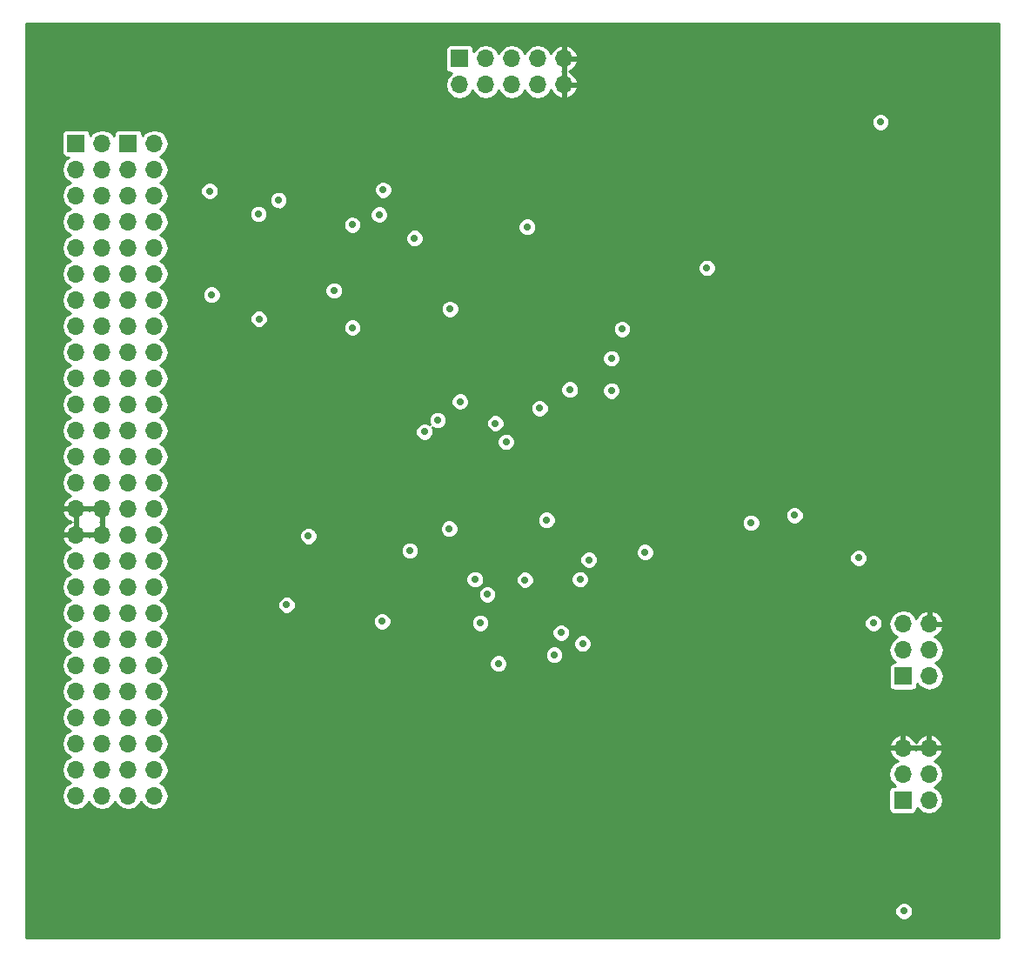
<source format=gbr>
G04 #@! TF.FileFunction,Copper,L2,Inr,Plane*
%FSLAX46Y46*%
G04 Gerber Fmt 4.6, Leading zero omitted, Abs format (unit mm)*
G04 Created by KiCad (PCBNEW 4.0.7) date 02/17/18 20:59:13*
%MOMM*%
%LPD*%
G01*
G04 APERTURE LIST*
%ADD10C,0.100000*%
%ADD11R,1.700000X1.700000*%
%ADD12O,1.700000X1.700000*%
%ADD13C,6.400000*%
%ADD14C,5.400000*%
%ADD15C,0.700000*%
%ADD16C,0.254000*%
G04 APERTURE END LIST*
D10*
D11*
X110670000Y-62080000D03*
D12*
X113210000Y-62080000D03*
X110670000Y-64620000D03*
X113210000Y-64620000D03*
X110670000Y-67160000D03*
X113210000Y-67160000D03*
X110670000Y-69700000D03*
X113210000Y-69700000D03*
X110670000Y-72240000D03*
X113210000Y-72240000D03*
X110670000Y-74780000D03*
X113210000Y-74780000D03*
X110670000Y-77320000D03*
X113210000Y-77320000D03*
X110670000Y-79860000D03*
X113210000Y-79860000D03*
X110670000Y-82400000D03*
X113210000Y-82400000D03*
X110670000Y-84940000D03*
X113210000Y-84940000D03*
X110670000Y-87480000D03*
X113210000Y-87480000D03*
X110670000Y-90020000D03*
X113210000Y-90020000D03*
X110670000Y-92560000D03*
X113210000Y-92560000D03*
X110670000Y-95100000D03*
X113210000Y-95100000D03*
X110670000Y-97640000D03*
X113210000Y-97640000D03*
X110670000Y-100180000D03*
X113210000Y-100180000D03*
X110670000Y-102720000D03*
X113210000Y-102720000D03*
X110670000Y-105260000D03*
X113210000Y-105260000D03*
X110670000Y-107800000D03*
X113210000Y-107800000D03*
X110670000Y-110340000D03*
X113210000Y-110340000D03*
X110670000Y-112880000D03*
X113210000Y-112880000D03*
X110670000Y-115420000D03*
X113210000Y-115420000D03*
X110670000Y-117960000D03*
X113210000Y-117960000D03*
X110670000Y-120500000D03*
X113210000Y-120500000D03*
X110670000Y-123040000D03*
X113210000Y-123040000D03*
X110670000Y-125580000D03*
X113210000Y-125580000D03*
D11*
X105590000Y-62080000D03*
D12*
X108130000Y-62080000D03*
X105590000Y-64620000D03*
X108130000Y-64620000D03*
X105590000Y-67160000D03*
X108130000Y-67160000D03*
X105590000Y-69700000D03*
X108130000Y-69700000D03*
X105590000Y-72240000D03*
X108130000Y-72240000D03*
X105590000Y-74780000D03*
X108130000Y-74780000D03*
X105590000Y-77320000D03*
X108130000Y-77320000D03*
X105590000Y-79860000D03*
X108130000Y-79860000D03*
X105590000Y-82400000D03*
X108130000Y-82400000D03*
X105590000Y-84940000D03*
X108130000Y-84940000D03*
X105590000Y-87480000D03*
X108130000Y-87480000D03*
X105590000Y-90020000D03*
X108130000Y-90020000D03*
X105590000Y-92560000D03*
X108130000Y-92560000D03*
X105590000Y-95100000D03*
X108130000Y-95100000D03*
X105590000Y-97640000D03*
X108130000Y-97640000D03*
X105590000Y-100180000D03*
X108130000Y-100180000D03*
X105590000Y-102720000D03*
X108130000Y-102720000D03*
X105590000Y-105260000D03*
X108130000Y-105260000D03*
X105590000Y-107800000D03*
X108130000Y-107800000D03*
X105590000Y-110340000D03*
X108130000Y-110340000D03*
X105590000Y-112880000D03*
X108130000Y-112880000D03*
X105590000Y-115420000D03*
X108130000Y-115420000D03*
X105590000Y-117960000D03*
X108130000Y-117960000D03*
X105590000Y-120500000D03*
X108130000Y-120500000D03*
X105590000Y-123040000D03*
X108130000Y-123040000D03*
X105590000Y-125580000D03*
X108130000Y-125580000D03*
D11*
X142920000Y-53820000D03*
D12*
X142920000Y-56360000D03*
X145460000Y-53820000D03*
X145460000Y-56360000D03*
X148000000Y-53820000D03*
X148000000Y-56360000D03*
X150540000Y-53820000D03*
X150540000Y-56360000D03*
X153080000Y-53820000D03*
X153080000Y-56360000D03*
D11*
X186060000Y-126000000D03*
D12*
X188600000Y-126000000D03*
X186060000Y-123460000D03*
X188600000Y-123460000D03*
X186060000Y-120920000D03*
X188600000Y-120920000D03*
D11*
X186100000Y-113940000D03*
D12*
X188640000Y-113940000D03*
X186100000Y-111400000D03*
X188640000Y-111400000D03*
X186100000Y-108860000D03*
X188640000Y-108860000D03*
D13*
X105190000Y-131110000D03*
D14*
X105190000Y-57450000D03*
D13*
X190920000Y-54910000D03*
X190920000Y-134920000D03*
D15*
X118130000Y-64250000D03*
X152275000Y-114825000D03*
X148975000Y-107200000D03*
X159075000Y-100475000D03*
X133425000Y-64675000D03*
X136000000Y-64400000D03*
X135900000Y-105500000D03*
X131300000Y-109300000D03*
X161000000Y-76000000D03*
X144300000Y-119300000D03*
X165300000Y-101600000D03*
X162100000Y-113000000D03*
X141600000Y-119400000D03*
X154600000Y-113500000D03*
X138000000Y-112300000D03*
X165300000Y-99000000D03*
X174500000Y-78100000D03*
X174400000Y-87500000D03*
X161000000Y-74200000D03*
X173500000Y-60000000D03*
X149500000Y-64500000D03*
X134400000Y-76400000D03*
X119300000Y-74900000D03*
X176050000Y-131650000D03*
X186160000Y-136800000D03*
X160975000Y-101850000D03*
X118800000Y-76800000D03*
X135500000Y-66600000D03*
X118600000Y-66700000D03*
X132500000Y-70000000D03*
X138100000Y-101700000D03*
X135400000Y-108600000D03*
X171300000Y-99000000D03*
X167000000Y-74200000D03*
X183900000Y-60000000D03*
X149500000Y-70200000D03*
X132500000Y-80000000D03*
X158750000Y-80150000D03*
X146420000Y-89310000D03*
X153650000Y-86025000D03*
X154900000Y-110750000D03*
X150720000Y-87860000D03*
X147450000Y-91125000D03*
X157700000Y-83000000D03*
X157700000Y-86150000D03*
X130700000Y-76400000D03*
X142000000Y-78200000D03*
X151400000Y-98725000D03*
X152800000Y-109700000D03*
X135100000Y-69000000D03*
X125300000Y-67600000D03*
X141925000Y-99575000D03*
X181750000Y-102425000D03*
X145625000Y-105975000D03*
X154650000Y-104500000D03*
X126100000Y-107000000D03*
X149300000Y-104550000D03*
X128225000Y-100300000D03*
X144425000Y-104500000D03*
X146700000Y-112700000D03*
X183200000Y-108775000D03*
X155500000Y-102600000D03*
X175525000Y-98275000D03*
X152150000Y-111850000D03*
X144950000Y-108750000D03*
X123400000Y-79150000D03*
X139500000Y-90150000D03*
X140800000Y-89000000D03*
X123350000Y-68950000D03*
X138550000Y-71300000D03*
X142975000Y-87200000D03*
D16*
G36*
X195398000Y-139398000D02*
X100712000Y-139398000D01*
X100712000Y-136973681D01*
X185282849Y-136973681D01*
X185416082Y-137296131D01*
X185662571Y-137543051D01*
X185984789Y-137676847D01*
X186333681Y-137677151D01*
X186656131Y-137543918D01*
X186903051Y-137297429D01*
X187036847Y-136975211D01*
X187037151Y-136626319D01*
X186903918Y-136303869D01*
X186657429Y-136056949D01*
X186335211Y-135923153D01*
X185986319Y-135922849D01*
X185663869Y-136056082D01*
X185416949Y-136302571D01*
X185283153Y-136624789D01*
X185282849Y-136973681D01*
X100712000Y-136973681D01*
X100712000Y-97979929D01*
X104255617Y-97979929D01*
X104406075Y-98343192D01*
X104765296Y-98742733D01*
X105115321Y-98910000D01*
X104765296Y-99077267D01*
X104406075Y-99476808D01*
X104255617Y-99840071D01*
X104351243Y-100053000D01*
X105463000Y-100053000D01*
X105463000Y-98940609D01*
X105394395Y-98910000D01*
X105463000Y-98879391D01*
X105463000Y-97767000D01*
X105717000Y-97767000D01*
X105717000Y-98879391D01*
X105785605Y-98910000D01*
X105717000Y-98940609D01*
X105717000Y-100053000D01*
X106828757Y-100053000D01*
X106860000Y-99983432D01*
X106891243Y-100053000D01*
X108003000Y-100053000D01*
X108003000Y-98940609D01*
X107934395Y-98910000D01*
X108003000Y-98879391D01*
X108003000Y-97767000D01*
X106891243Y-97767000D01*
X106860000Y-97836568D01*
X106828757Y-97767000D01*
X105717000Y-97767000D01*
X105463000Y-97767000D01*
X104351243Y-97767000D01*
X104255617Y-97979929D01*
X100712000Y-97979929D01*
X100712000Y-64620000D01*
X104186023Y-64620000D01*
X104290841Y-65146955D01*
X104589337Y-65593686D01*
X105032802Y-65890000D01*
X104589337Y-66186314D01*
X104290841Y-66633045D01*
X104186023Y-67160000D01*
X104290841Y-67686955D01*
X104589337Y-68133686D01*
X105032802Y-68430000D01*
X104589337Y-68726314D01*
X104290841Y-69173045D01*
X104186023Y-69700000D01*
X104290841Y-70226955D01*
X104589337Y-70673686D01*
X105032802Y-70970000D01*
X104589337Y-71266314D01*
X104290841Y-71713045D01*
X104186023Y-72240000D01*
X104290841Y-72766955D01*
X104589337Y-73213686D01*
X105032802Y-73510000D01*
X104589337Y-73806314D01*
X104290841Y-74253045D01*
X104186023Y-74780000D01*
X104290841Y-75306955D01*
X104589337Y-75753686D01*
X105032802Y-76050000D01*
X104589337Y-76346314D01*
X104290841Y-76793045D01*
X104186023Y-77320000D01*
X104290841Y-77846955D01*
X104589337Y-78293686D01*
X105032802Y-78590000D01*
X104589337Y-78886314D01*
X104290841Y-79333045D01*
X104186023Y-79860000D01*
X104290841Y-80386955D01*
X104589337Y-80833686D01*
X105032802Y-81130000D01*
X104589337Y-81426314D01*
X104290841Y-81873045D01*
X104186023Y-82400000D01*
X104290841Y-82926955D01*
X104589337Y-83373686D01*
X105032802Y-83670000D01*
X104589337Y-83966314D01*
X104290841Y-84413045D01*
X104186023Y-84940000D01*
X104290841Y-85466955D01*
X104589337Y-85913686D01*
X105032802Y-86210000D01*
X104589337Y-86506314D01*
X104290841Y-86953045D01*
X104186023Y-87480000D01*
X104290841Y-88006955D01*
X104589337Y-88453686D01*
X105032802Y-88750000D01*
X104589337Y-89046314D01*
X104290841Y-89493045D01*
X104186023Y-90020000D01*
X104290841Y-90546955D01*
X104589337Y-90993686D01*
X105032802Y-91290000D01*
X104589337Y-91586314D01*
X104290841Y-92033045D01*
X104186023Y-92560000D01*
X104290841Y-93086955D01*
X104589337Y-93533686D01*
X105032802Y-93830000D01*
X104589337Y-94126314D01*
X104290841Y-94573045D01*
X104186023Y-95100000D01*
X104290841Y-95626955D01*
X104589337Y-96073686D01*
X105036068Y-96372182D01*
X105088804Y-96382672D01*
X104765296Y-96537267D01*
X104406075Y-96936808D01*
X104255617Y-97300071D01*
X104351243Y-97513000D01*
X105463000Y-97513000D01*
X105463000Y-97493000D01*
X105717000Y-97493000D01*
X105717000Y-97513000D01*
X106828757Y-97513000D01*
X106860000Y-97443432D01*
X106891243Y-97513000D01*
X108003000Y-97513000D01*
X108003000Y-97493000D01*
X108257000Y-97493000D01*
X108257000Y-97513000D01*
X108277000Y-97513000D01*
X108277000Y-97767000D01*
X108257000Y-97767000D01*
X108257000Y-98879391D01*
X108325605Y-98910000D01*
X108257000Y-98940609D01*
X108257000Y-100053000D01*
X108277000Y-100053000D01*
X108277000Y-100307000D01*
X108257000Y-100307000D01*
X108257000Y-100327000D01*
X108003000Y-100327000D01*
X108003000Y-100307000D01*
X106891243Y-100307000D01*
X106860000Y-100376568D01*
X106828757Y-100307000D01*
X105717000Y-100307000D01*
X105717000Y-100327000D01*
X105463000Y-100327000D01*
X105463000Y-100307000D01*
X104351243Y-100307000D01*
X104255617Y-100519929D01*
X104406075Y-100883192D01*
X104765296Y-101282733D01*
X105088804Y-101437328D01*
X105036068Y-101447818D01*
X104589337Y-101746314D01*
X104290841Y-102193045D01*
X104186023Y-102720000D01*
X104290841Y-103246955D01*
X104589337Y-103693686D01*
X105032802Y-103990000D01*
X104589337Y-104286314D01*
X104290841Y-104733045D01*
X104186023Y-105260000D01*
X104290841Y-105786955D01*
X104589337Y-106233686D01*
X105032802Y-106530000D01*
X104589337Y-106826314D01*
X104290841Y-107273045D01*
X104186023Y-107800000D01*
X104290841Y-108326955D01*
X104589337Y-108773686D01*
X105032802Y-109070000D01*
X104589337Y-109366314D01*
X104290841Y-109813045D01*
X104186023Y-110340000D01*
X104290841Y-110866955D01*
X104589337Y-111313686D01*
X105032802Y-111610000D01*
X104589337Y-111906314D01*
X104290841Y-112353045D01*
X104186023Y-112880000D01*
X104290841Y-113406955D01*
X104589337Y-113853686D01*
X105032802Y-114150000D01*
X104589337Y-114446314D01*
X104290841Y-114893045D01*
X104186023Y-115420000D01*
X104290841Y-115946955D01*
X104589337Y-116393686D01*
X105032802Y-116690000D01*
X104589337Y-116986314D01*
X104290841Y-117433045D01*
X104186023Y-117960000D01*
X104290841Y-118486955D01*
X104589337Y-118933686D01*
X105032802Y-119230000D01*
X104589337Y-119526314D01*
X104290841Y-119973045D01*
X104186023Y-120500000D01*
X104290841Y-121026955D01*
X104589337Y-121473686D01*
X105032802Y-121770000D01*
X104589337Y-122066314D01*
X104290841Y-122513045D01*
X104186023Y-123040000D01*
X104290841Y-123566955D01*
X104589337Y-124013686D01*
X105032802Y-124310000D01*
X104589337Y-124606314D01*
X104290841Y-125053045D01*
X104186023Y-125580000D01*
X104290841Y-126106955D01*
X104589337Y-126553686D01*
X105036068Y-126852182D01*
X105563023Y-126957000D01*
X105616977Y-126957000D01*
X106143932Y-126852182D01*
X106590663Y-126553686D01*
X106860000Y-126150595D01*
X107129337Y-126553686D01*
X107576068Y-126852182D01*
X108103023Y-126957000D01*
X108156977Y-126957000D01*
X108683932Y-126852182D01*
X109130663Y-126553686D01*
X109400000Y-126150595D01*
X109669337Y-126553686D01*
X110116068Y-126852182D01*
X110643023Y-126957000D01*
X110696977Y-126957000D01*
X111223932Y-126852182D01*
X111670663Y-126553686D01*
X111940000Y-126150595D01*
X112209337Y-126553686D01*
X112656068Y-126852182D01*
X113183023Y-126957000D01*
X113236977Y-126957000D01*
X113763932Y-126852182D01*
X114210663Y-126553686D01*
X114509159Y-126106955D01*
X114613977Y-125580000D01*
X114509159Y-125053045D01*
X114210663Y-124606314D01*
X113767198Y-124310000D01*
X114210663Y-124013686D01*
X114509159Y-123566955D01*
X114530433Y-123460000D01*
X184656023Y-123460000D01*
X184760841Y-123986955D01*
X185059337Y-124433686D01*
X185327215Y-124612676D01*
X185210000Y-124612676D01*
X185014706Y-124649423D01*
X184835340Y-124764842D01*
X184715010Y-124940951D01*
X184672676Y-125150000D01*
X184672676Y-126850000D01*
X184709423Y-127045294D01*
X184824842Y-127224660D01*
X185000951Y-127344990D01*
X185210000Y-127387324D01*
X186910000Y-127387324D01*
X187105294Y-127350577D01*
X187284660Y-127235158D01*
X187404990Y-127059049D01*
X187447324Y-126850000D01*
X187447324Y-126746182D01*
X187599337Y-126973686D01*
X188046068Y-127272182D01*
X188573023Y-127377000D01*
X188626977Y-127377000D01*
X189153932Y-127272182D01*
X189600663Y-126973686D01*
X189899159Y-126526955D01*
X190003977Y-126000000D01*
X189899159Y-125473045D01*
X189600663Y-125026314D01*
X189157198Y-124730000D01*
X189600663Y-124433686D01*
X189899159Y-123986955D01*
X190003977Y-123460000D01*
X189899159Y-122933045D01*
X189600663Y-122486314D01*
X189153932Y-122187818D01*
X189101196Y-122177328D01*
X189424704Y-122022733D01*
X189783925Y-121623192D01*
X189934383Y-121259929D01*
X189838757Y-121047000D01*
X188727000Y-121047000D01*
X188727000Y-121067000D01*
X188473000Y-121067000D01*
X188473000Y-121047000D01*
X187361243Y-121047000D01*
X187330000Y-121116568D01*
X187298757Y-121047000D01*
X186187000Y-121047000D01*
X186187000Y-121067000D01*
X185933000Y-121067000D01*
X185933000Y-121047000D01*
X184821243Y-121047000D01*
X184725617Y-121259929D01*
X184876075Y-121623192D01*
X185235296Y-122022733D01*
X185558804Y-122177328D01*
X185506068Y-122187818D01*
X185059337Y-122486314D01*
X184760841Y-122933045D01*
X184656023Y-123460000D01*
X114530433Y-123460000D01*
X114613977Y-123040000D01*
X114509159Y-122513045D01*
X114210663Y-122066314D01*
X113767198Y-121770000D01*
X114210663Y-121473686D01*
X114509159Y-121026955D01*
X114598049Y-120580071D01*
X184725617Y-120580071D01*
X184821243Y-120793000D01*
X185933000Y-120793000D01*
X185933000Y-119680609D01*
X186187000Y-119680609D01*
X186187000Y-120793000D01*
X187298757Y-120793000D01*
X187330000Y-120723432D01*
X187361243Y-120793000D01*
X188473000Y-120793000D01*
X188473000Y-119680609D01*
X188727000Y-119680609D01*
X188727000Y-120793000D01*
X189838757Y-120793000D01*
X189934383Y-120580071D01*
X189783925Y-120216808D01*
X189424704Y-119817267D01*
X188939930Y-119585607D01*
X188727000Y-119680609D01*
X188473000Y-119680609D01*
X188260070Y-119585607D01*
X187775296Y-119817267D01*
X187416075Y-120216808D01*
X187330000Y-120424626D01*
X187243925Y-120216808D01*
X186884704Y-119817267D01*
X186399930Y-119585607D01*
X186187000Y-119680609D01*
X185933000Y-119680609D01*
X185720070Y-119585607D01*
X185235296Y-119817267D01*
X184876075Y-120216808D01*
X184725617Y-120580071D01*
X114598049Y-120580071D01*
X114613977Y-120500000D01*
X114509159Y-119973045D01*
X114210663Y-119526314D01*
X113767198Y-119230000D01*
X114210663Y-118933686D01*
X114509159Y-118486955D01*
X114613977Y-117960000D01*
X114509159Y-117433045D01*
X114210663Y-116986314D01*
X113767198Y-116690000D01*
X114210663Y-116393686D01*
X114509159Y-115946955D01*
X114613977Y-115420000D01*
X114509159Y-114893045D01*
X114210663Y-114446314D01*
X113767198Y-114150000D01*
X114210663Y-113853686D01*
X114509159Y-113406955D01*
X114613977Y-112880000D01*
X114612721Y-112873681D01*
X145822849Y-112873681D01*
X145956082Y-113196131D01*
X146202571Y-113443051D01*
X146524789Y-113576847D01*
X146873681Y-113577151D01*
X147196131Y-113443918D01*
X147443051Y-113197429D01*
X147576847Y-112875211D01*
X147577151Y-112526319D01*
X147443918Y-112203869D01*
X147264045Y-112023681D01*
X151272849Y-112023681D01*
X151406082Y-112346131D01*
X151652571Y-112593051D01*
X151974789Y-112726847D01*
X152323681Y-112727151D01*
X152646131Y-112593918D01*
X152893051Y-112347429D01*
X153026847Y-112025211D01*
X153027151Y-111676319D01*
X152893918Y-111353869D01*
X152647429Y-111106949D01*
X152325211Y-110973153D01*
X151976319Y-110972849D01*
X151653869Y-111106082D01*
X151406949Y-111352571D01*
X151273153Y-111674789D01*
X151272849Y-112023681D01*
X147264045Y-112023681D01*
X147197429Y-111956949D01*
X146875211Y-111823153D01*
X146526319Y-111822849D01*
X146203869Y-111956082D01*
X145956949Y-112202571D01*
X145823153Y-112524789D01*
X145822849Y-112873681D01*
X114612721Y-112873681D01*
X114509159Y-112353045D01*
X114210663Y-111906314D01*
X113767198Y-111610000D01*
X114210663Y-111313686D01*
X114471255Y-110923681D01*
X154022849Y-110923681D01*
X154156082Y-111246131D01*
X154402571Y-111493051D01*
X154724789Y-111626847D01*
X155073681Y-111627151D01*
X155396131Y-111493918D01*
X155643051Y-111247429D01*
X155776847Y-110925211D01*
X155777151Y-110576319D01*
X155643918Y-110253869D01*
X155397429Y-110006949D01*
X155075211Y-109873153D01*
X154726319Y-109872849D01*
X154403869Y-110006082D01*
X154156949Y-110252571D01*
X154023153Y-110574789D01*
X154022849Y-110923681D01*
X114471255Y-110923681D01*
X114509159Y-110866955D01*
X114613977Y-110340000D01*
X114521221Y-109873681D01*
X151922849Y-109873681D01*
X152056082Y-110196131D01*
X152302571Y-110443051D01*
X152624789Y-110576847D01*
X152973681Y-110577151D01*
X153296131Y-110443918D01*
X153543051Y-110197429D01*
X153676847Y-109875211D01*
X153677151Y-109526319D01*
X153543918Y-109203869D01*
X153297429Y-108956949D01*
X153277518Y-108948681D01*
X182322849Y-108948681D01*
X182456082Y-109271131D01*
X182702571Y-109518051D01*
X183024789Y-109651847D01*
X183373681Y-109652151D01*
X183696131Y-109518918D01*
X183943051Y-109272429D01*
X184076847Y-108950211D01*
X184076925Y-108860000D01*
X184696023Y-108860000D01*
X184800841Y-109386955D01*
X185099337Y-109833686D01*
X185542802Y-110130000D01*
X185099337Y-110426314D01*
X184800841Y-110873045D01*
X184696023Y-111400000D01*
X184800841Y-111926955D01*
X185099337Y-112373686D01*
X185367215Y-112552676D01*
X185250000Y-112552676D01*
X185054706Y-112589423D01*
X184875340Y-112704842D01*
X184755010Y-112880951D01*
X184712676Y-113090000D01*
X184712676Y-114790000D01*
X184749423Y-114985294D01*
X184864842Y-115164660D01*
X185040951Y-115284990D01*
X185250000Y-115327324D01*
X186950000Y-115327324D01*
X187145294Y-115290577D01*
X187324660Y-115175158D01*
X187444990Y-114999049D01*
X187487324Y-114790000D01*
X187487324Y-114686182D01*
X187639337Y-114913686D01*
X188086068Y-115212182D01*
X188613023Y-115317000D01*
X188666977Y-115317000D01*
X189193932Y-115212182D01*
X189640663Y-114913686D01*
X189939159Y-114466955D01*
X190043977Y-113940000D01*
X189939159Y-113413045D01*
X189640663Y-112966314D01*
X189197198Y-112670000D01*
X189640663Y-112373686D01*
X189939159Y-111926955D01*
X190043977Y-111400000D01*
X189939159Y-110873045D01*
X189640663Y-110426314D01*
X189193932Y-110127818D01*
X189141196Y-110117328D01*
X189464704Y-109962733D01*
X189823925Y-109563192D01*
X189974383Y-109199929D01*
X189878757Y-108987000D01*
X188767000Y-108987000D01*
X188767000Y-109007000D01*
X188513000Y-109007000D01*
X188513000Y-108987000D01*
X188493000Y-108987000D01*
X188493000Y-108733000D01*
X188513000Y-108733000D01*
X188513000Y-107620609D01*
X188767000Y-107620609D01*
X188767000Y-108733000D01*
X189878757Y-108733000D01*
X189974383Y-108520071D01*
X189823925Y-108156808D01*
X189464704Y-107757267D01*
X188979930Y-107525607D01*
X188767000Y-107620609D01*
X188513000Y-107620609D01*
X188300070Y-107525607D01*
X187815296Y-107757267D01*
X187456075Y-108156808D01*
X187389233Y-108318190D01*
X187100663Y-107886314D01*
X186653932Y-107587818D01*
X186126977Y-107483000D01*
X186073023Y-107483000D01*
X185546068Y-107587818D01*
X185099337Y-107886314D01*
X184800841Y-108333045D01*
X184696023Y-108860000D01*
X184076925Y-108860000D01*
X184077151Y-108601319D01*
X183943918Y-108278869D01*
X183697429Y-108031949D01*
X183375211Y-107898153D01*
X183026319Y-107897849D01*
X182703869Y-108031082D01*
X182456949Y-108277571D01*
X182323153Y-108599789D01*
X182322849Y-108948681D01*
X153277518Y-108948681D01*
X152975211Y-108823153D01*
X152626319Y-108822849D01*
X152303869Y-108956082D01*
X152056949Y-109202571D01*
X151923153Y-109524789D01*
X151922849Y-109873681D01*
X114521221Y-109873681D01*
X114509159Y-109813045D01*
X114210663Y-109366314D01*
X113767198Y-109070000D01*
X114210663Y-108773686D01*
X114210666Y-108773681D01*
X134522849Y-108773681D01*
X134656082Y-109096131D01*
X134902571Y-109343051D01*
X135224789Y-109476847D01*
X135573681Y-109477151D01*
X135896131Y-109343918D01*
X136143051Y-109097429D01*
X136215197Y-108923681D01*
X144072849Y-108923681D01*
X144206082Y-109246131D01*
X144452571Y-109493051D01*
X144774789Y-109626847D01*
X145123681Y-109627151D01*
X145446131Y-109493918D01*
X145693051Y-109247429D01*
X145826847Y-108925211D01*
X145827151Y-108576319D01*
X145693918Y-108253869D01*
X145447429Y-108006949D01*
X145125211Y-107873153D01*
X144776319Y-107872849D01*
X144453869Y-108006082D01*
X144206949Y-108252571D01*
X144073153Y-108574789D01*
X144072849Y-108923681D01*
X136215197Y-108923681D01*
X136276847Y-108775211D01*
X136277151Y-108426319D01*
X136143918Y-108103869D01*
X135897429Y-107856949D01*
X135575211Y-107723153D01*
X135226319Y-107722849D01*
X134903869Y-107856082D01*
X134656949Y-108102571D01*
X134523153Y-108424789D01*
X134522849Y-108773681D01*
X114210666Y-108773681D01*
X114509159Y-108326955D01*
X114613977Y-107800000D01*
X114509159Y-107273045D01*
X114442767Y-107173681D01*
X125222849Y-107173681D01*
X125356082Y-107496131D01*
X125602571Y-107743051D01*
X125924789Y-107876847D01*
X126273681Y-107877151D01*
X126596131Y-107743918D01*
X126843051Y-107497429D01*
X126976847Y-107175211D01*
X126977151Y-106826319D01*
X126843918Y-106503869D01*
X126597429Y-106256949D01*
X126336690Y-106148681D01*
X144747849Y-106148681D01*
X144881082Y-106471131D01*
X145127571Y-106718051D01*
X145449789Y-106851847D01*
X145798681Y-106852151D01*
X146121131Y-106718918D01*
X146368051Y-106472429D01*
X146501847Y-106150211D01*
X146502151Y-105801319D01*
X146368918Y-105478869D01*
X146122429Y-105231949D01*
X145800211Y-105098153D01*
X145451319Y-105097849D01*
X145128869Y-105231082D01*
X144881949Y-105477571D01*
X144748153Y-105799789D01*
X144747849Y-106148681D01*
X126336690Y-106148681D01*
X126275211Y-106123153D01*
X125926319Y-106122849D01*
X125603869Y-106256082D01*
X125356949Y-106502571D01*
X125223153Y-106824789D01*
X125222849Y-107173681D01*
X114442767Y-107173681D01*
X114210663Y-106826314D01*
X113767198Y-106530000D01*
X114210663Y-106233686D01*
X114509159Y-105786955D01*
X114613977Y-105260000D01*
X114509159Y-104733045D01*
X114469494Y-104673681D01*
X143547849Y-104673681D01*
X143681082Y-104996131D01*
X143927571Y-105243051D01*
X144249789Y-105376847D01*
X144598681Y-105377151D01*
X144921131Y-105243918D01*
X145168051Y-104997429D01*
X145281720Y-104723681D01*
X148422849Y-104723681D01*
X148556082Y-105046131D01*
X148802571Y-105293051D01*
X149124789Y-105426847D01*
X149473681Y-105427151D01*
X149796131Y-105293918D01*
X150043051Y-105047429D01*
X150176847Y-104725211D01*
X150176891Y-104673681D01*
X153772849Y-104673681D01*
X153906082Y-104996131D01*
X154152571Y-105243051D01*
X154474789Y-105376847D01*
X154823681Y-105377151D01*
X155146131Y-105243918D01*
X155393051Y-104997429D01*
X155526847Y-104675211D01*
X155527151Y-104326319D01*
X155393918Y-104003869D01*
X155147429Y-103756949D01*
X154825211Y-103623153D01*
X154476319Y-103622849D01*
X154153869Y-103756082D01*
X153906949Y-104002571D01*
X153773153Y-104324789D01*
X153772849Y-104673681D01*
X150176891Y-104673681D01*
X150177151Y-104376319D01*
X150043918Y-104053869D01*
X149797429Y-103806949D01*
X149475211Y-103673153D01*
X149126319Y-103672849D01*
X148803869Y-103806082D01*
X148556949Y-104052571D01*
X148423153Y-104374789D01*
X148422849Y-104723681D01*
X145281720Y-104723681D01*
X145301847Y-104675211D01*
X145302151Y-104326319D01*
X145168918Y-104003869D01*
X144922429Y-103756949D01*
X144600211Y-103623153D01*
X144251319Y-103622849D01*
X143928869Y-103756082D01*
X143681949Y-104002571D01*
X143548153Y-104324789D01*
X143547849Y-104673681D01*
X114469494Y-104673681D01*
X114210663Y-104286314D01*
X113767198Y-103990000D01*
X114210663Y-103693686D01*
X114509159Y-103246955D01*
X114603299Y-102773681D01*
X154622849Y-102773681D01*
X154756082Y-103096131D01*
X155002571Y-103343051D01*
X155324789Y-103476847D01*
X155673681Y-103477151D01*
X155996131Y-103343918D01*
X156243051Y-103097429D01*
X156376847Y-102775211D01*
X156377151Y-102426319D01*
X156243918Y-102103869D01*
X156163870Y-102023681D01*
X160097849Y-102023681D01*
X160231082Y-102346131D01*
X160477571Y-102593051D01*
X160799789Y-102726847D01*
X161148681Y-102727151D01*
X161459603Y-102598681D01*
X180872849Y-102598681D01*
X181006082Y-102921131D01*
X181252571Y-103168051D01*
X181574789Y-103301847D01*
X181923681Y-103302151D01*
X182246131Y-103168918D01*
X182493051Y-102922429D01*
X182626847Y-102600211D01*
X182627151Y-102251319D01*
X182493918Y-101928869D01*
X182247429Y-101681949D01*
X181925211Y-101548153D01*
X181576319Y-101547849D01*
X181253869Y-101681082D01*
X181006949Y-101927571D01*
X180873153Y-102249789D01*
X180872849Y-102598681D01*
X161459603Y-102598681D01*
X161471131Y-102593918D01*
X161718051Y-102347429D01*
X161851847Y-102025211D01*
X161852151Y-101676319D01*
X161718918Y-101353869D01*
X161472429Y-101106949D01*
X161150211Y-100973153D01*
X160801319Y-100972849D01*
X160478869Y-101106082D01*
X160231949Y-101352571D01*
X160098153Y-101674789D01*
X160097849Y-102023681D01*
X156163870Y-102023681D01*
X155997429Y-101856949D01*
X155675211Y-101723153D01*
X155326319Y-101722849D01*
X155003869Y-101856082D01*
X154756949Y-102102571D01*
X154623153Y-102424789D01*
X154622849Y-102773681D01*
X114603299Y-102773681D01*
X114613977Y-102720000D01*
X114509159Y-102193045D01*
X114295767Y-101873681D01*
X137222849Y-101873681D01*
X137356082Y-102196131D01*
X137602571Y-102443051D01*
X137924789Y-102576847D01*
X138273681Y-102577151D01*
X138596131Y-102443918D01*
X138843051Y-102197429D01*
X138976847Y-101875211D01*
X138977151Y-101526319D01*
X138843918Y-101203869D01*
X138597429Y-100956949D01*
X138275211Y-100823153D01*
X137926319Y-100822849D01*
X137603869Y-100956082D01*
X137356949Y-101202571D01*
X137223153Y-101524789D01*
X137222849Y-101873681D01*
X114295767Y-101873681D01*
X114210663Y-101746314D01*
X113767198Y-101450000D01*
X114210663Y-101153686D01*
X114509159Y-100706955D01*
X114555560Y-100473681D01*
X127347849Y-100473681D01*
X127481082Y-100796131D01*
X127727571Y-101043051D01*
X128049789Y-101176847D01*
X128398681Y-101177151D01*
X128721131Y-101043918D01*
X128968051Y-100797429D01*
X129101847Y-100475211D01*
X129102151Y-100126319D01*
X128968918Y-99803869D01*
X128913827Y-99748681D01*
X141047849Y-99748681D01*
X141181082Y-100071131D01*
X141427571Y-100318051D01*
X141749789Y-100451847D01*
X142098681Y-100452151D01*
X142421131Y-100318918D01*
X142668051Y-100072429D01*
X142801847Y-99750211D01*
X142802151Y-99401319D01*
X142668918Y-99078869D01*
X142489045Y-98898681D01*
X150522849Y-98898681D01*
X150656082Y-99221131D01*
X150902571Y-99468051D01*
X151224789Y-99601847D01*
X151573681Y-99602151D01*
X151896131Y-99468918D01*
X152143051Y-99222429D01*
X152163292Y-99173681D01*
X170422849Y-99173681D01*
X170556082Y-99496131D01*
X170802571Y-99743051D01*
X171124789Y-99876847D01*
X171473681Y-99877151D01*
X171796131Y-99743918D01*
X172043051Y-99497429D01*
X172176847Y-99175211D01*
X172177151Y-98826319D01*
X172043918Y-98503869D01*
X171988827Y-98448681D01*
X174647849Y-98448681D01*
X174781082Y-98771131D01*
X175027571Y-99018051D01*
X175349789Y-99151847D01*
X175698681Y-99152151D01*
X176021131Y-99018918D01*
X176268051Y-98772429D01*
X176401847Y-98450211D01*
X176402151Y-98101319D01*
X176268918Y-97778869D01*
X176022429Y-97531949D01*
X175700211Y-97398153D01*
X175351319Y-97397849D01*
X175028869Y-97531082D01*
X174781949Y-97777571D01*
X174648153Y-98099789D01*
X174647849Y-98448681D01*
X171988827Y-98448681D01*
X171797429Y-98256949D01*
X171475211Y-98123153D01*
X171126319Y-98122849D01*
X170803869Y-98256082D01*
X170556949Y-98502571D01*
X170423153Y-98824789D01*
X170422849Y-99173681D01*
X152163292Y-99173681D01*
X152276847Y-98900211D01*
X152277151Y-98551319D01*
X152143918Y-98228869D01*
X151897429Y-97981949D01*
X151575211Y-97848153D01*
X151226319Y-97847849D01*
X150903869Y-97981082D01*
X150656949Y-98227571D01*
X150523153Y-98549789D01*
X150522849Y-98898681D01*
X142489045Y-98898681D01*
X142422429Y-98831949D01*
X142100211Y-98698153D01*
X141751319Y-98697849D01*
X141428869Y-98831082D01*
X141181949Y-99077571D01*
X141048153Y-99399789D01*
X141047849Y-99748681D01*
X128913827Y-99748681D01*
X128722429Y-99556949D01*
X128400211Y-99423153D01*
X128051319Y-99422849D01*
X127728869Y-99556082D01*
X127481949Y-99802571D01*
X127348153Y-100124789D01*
X127347849Y-100473681D01*
X114555560Y-100473681D01*
X114613977Y-100180000D01*
X114509159Y-99653045D01*
X114210663Y-99206314D01*
X113767198Y-98910000D01*
X114210663Y-98613686D01*
X114509159Y-98166955D01*
X114613977Y-97640000D01*
X114509159Y-97113045D01*
X114210663Y-96666314D01*
X113767198Y-96370000D01*
X114210663Y-96073686D01*
X114509159Y-95626955D01*
X114613977Y-95100000D01*
X114509159Y-94573045D01*
X114210663Y-94126314D01*
X113767198Y-93830000D01*
X114210663Y-93533686D01*
X114509159Y-93086955D01*
X114613977Y-92560000D01*
X114509159Y-92033045D01*
X114210663Y-91586314D01*
X113780191Y-91298681D01*
X146572849Y-91298681D01*
X146706082Y-91621131D01*
X146952571Y-91868051D01*
X147274789Y-92001847D01*
X147623681Y-92002151D01*
X147946131Y-91868918D01*
X148193051Y-91622429D01*
X148326847Y-91300211D01*
X148327151Y-90951319D01*
X148193918Y-90628869D01*
X147947429Y-90381949D01*
X147625211Y-90248153D01*
X147276319Y-90247849D01*
X146953869Y-90381082D01*
X146706949Y-90627571D01*
X146573153Y-90949789D01*
X146572849Y-91298681D01*
X113780191Y-91298681D01*
X113767198Y-91290000D01*
X114210663Y-90993686D01*
X114509159Y-90546955D01*
X114553571Y-90323681D01*
X138622849Y-90323681D01*
X138756082Y-90646131D01*
X139002571Y-90893051D01*
X139324789Y-91026847D01*
X139673681Y-91027151D01*
X139996131Y-90893918D01*
X140243051Y-90647429D01*
X140376847Y-90325211D01*
X140377151Y-89976319D01*
X140265369Y-89705783D01*
X140302571Y-89743051D01*
X140624789Y-89876847D01*
X140973681Y-89877151D01*
X141296131Y-89743918D01*
X141543051Y-89497429D01*
X141548759Y-89483681D01*
X145542849Y-89483681D01*
X145676082Y-89806131D01*
X145922571Y-90053051D01*
X146244789Y-90186847D01*
X146593681Y-90187151D01*
X146916131Y-90053918D01*
X147163051Y-89807429D01*
X147296847Y-89485211D01*
X147297151Y-89136319D01*
X147163918Y-88813869D01*
X146917429Y-88566949D01*
X146595211Y-88433153D01*
X146246319Y-88432849D01*
X145923869Y-88566082D01*
X145676949Y-88812571D01*
X145543153Y-89134789D01*
X145542849Y-89483681D01*
X141548759Y-89483681D01*
X141676847Y-89175211D01*
X141677151Y-88826319D01*
X141543918Y-88503869D01*
X141297429Y-88256949D01*
X140975211Y-88123153D01*
X140626319Y-88122849D01*
X140303869Y-88256082D01*
X140056949Y-88502571D01*
X139923153Y-88824789D01*
X139922849Y-89173681D01*
X140034631Y-89444217D01*
X139997429Y-89406949D01*
X139675211Y-89273153D01*
X139326319Y-89272849D01*
X139003869Y-89406082D01*
X138756949Y-89652571D01*
X138623153Y-89974789D01*
X138622849Y-90323681D01*
X114553571Y-90323681D01*
X114613977Y-90020000D01*
X114509159Y-89493045D01*
X114210663Y-89046314D01*
X113767198Y-88750000D01*
X114210663Y-88453686D01*
X114509159Y-88006955D01*
X114613977Y-87480000D01*
X114592829Y-87373681D01*
X142097849Y-87373681D01*
X142231082Y-87696131D01*
X142477571Y-87943051D01*
X142799789Y-88076847D01*
X143148681Y-88077151D01*
X143253886Y-88033681D01*
X149842849Y-88033681D01*
X149976082Y-88356131D01*
X150222571Y-88603051D01*
X150544789Y-88736847D01*
X150893681Y-88737151D01*
X151216131Y-88603918D01*
X151463051Y-88357429D01*
X151596847Y-88035211D01*
X151597151Y-87686319D01*
X151463918Y-87363869D01*
X151217429Y-87116949D01*
X150895211Y-86983153D01*
X150546319Y-86982849D01*
X150223869Y-87116082D01*
X149976949Y-87362571D01*
X149843153Y-87684789D01*
X149842849Y-88033681D01*
X143253886Y-88033681D01*
X143471131Y-87943918D01*
X143718051Y-87697429D01*
X143851847Y-87375211D01*
X143852151Y-87026319D01*
X143718918Y-86703869D01*
X143472429Y-86456949D01*
X143150211Y-86323153D01*
X142801319Y-86322849D01*
X142478869Y-86456082D01*
X142231949Y-86702571D01*
X142098153Y-87024789D01*
X142097849Y-87373681D01*
X114592829Y-87373681D01*
X114509159Y-86953045D01*
X114210663Y-86506314D01*
X113767198Y-86210000D01*
X113784138Y-86198681D01*
X152772849Y-86198681D01*
X152906082Y-86521131D01*
X153152571Y-86768051D01*
X153474789Y-86901847D01*
X153823681Y-86902151D01*
X154146131Y-86768918D01*
X154393051Y-86522429D01*
X154475578Y-86323681D01*
X156822849Y-86323681D01*
X156956082Y-86646131D01*
X157202571Y-86893051D01*
X157524789Y-87026847D01*
X157873681Y-87027151D01*
X158196131Y-86893918D01*
X158443051Y-86647429D01*
X158576847Y-86325211D01*
X158577151Y-85976319D01*
X158443918Y-85653869D01*
X158197429Y-85406949D01*
X157875211Y-85273153D01*
X157526319Y-85272849D01*
X157203869Y-85406082D01*
X156956949Y-85652571D01*
X156823153Y-85974789D01*
X156822849Y-86323681D01*
X154475578Y-86323681D01*
X154526847Y-86200211D01*
X154527151Y-85851319D01*
X154393918Y-85528869D01*
X154147429Y-85281949D01*
X153825211Y-85148153D01*
X153476319Y-85147849D01*
X153153869Y-85281082D01*
X152906949Y-85527571D01*
X152773153Y-85849789D01*
X152772849Y-86198681D01*
X113784138Y-86198681D01*
X114210663Y-85913686D01*
X114509159Y-85466955D01*
X114613977Y-84940000D01*
X114509159Y-84413045D01*
X114210663Y-83966314D01*
X113767198Y-83670000D01*
X114210663Y-83373686D01*
X114344302Y-83173681D01*
X156822849Y-83173681D01*
X156956082Y-83496131D01*
X157202571Y-83743051D01*
X157524789Y-83876847D01*
X157873681Y-83877151D01*
X158196131Y-83743918D01*
X158443051Y-83497429D01*
X158576847Y-83175211D01*
X158577151Y-82826319D01*
X158443918Y-82503869D01*
X158197429Y-82256949D01*
X157875211Y-82123153D01*
X157526319Y-82122849D01*
X157203869Y-82256082D01*
X156956949Y-82502571D01*
X156823153Y-82824789D01*
X156822849Y-83173681D01*
X114344302Y-83173681D01*
X114509159Y-82926955D01*
X114613977Y-82400000D01*
X114509159Y-81873045D01*
X114210663Y-81426314D01*
X113767198Y-81130000D01*
X114210663Y-80833686D01*
X114509159Y-80386955D01*
X114551581Y-80173681D01*
X131622849Y-80173681D01*
X131756082Y-80496131D01*
X132002571Y-80743051D01*
X132324789Y-80876847D01*
X132673681Y-80877151D01*
X132996131Y-80743918D01*
X133243051Y-80497429D01*
X133315197Y-80323681D01*
X157872849Y-80323681D01*
X158006082Y-80646131D01*
X158252571Y-80893051D01*
X158574789Y-81026847D01*
X158923681Y-81027151D01*
X159246131Y-80893918D01*
X159493051Y-80647429D01*
X159626847Y-80325211D01*
X159627151Y-79976319D01*
X159493918Y-79653869D01*
X159247429Y-79406949D01*
X158925211Y-79273153D01*
X158576319Y-79272849D01*
X158253869Y-79406082D01*
X158006949Y-79652571D01*
X157873153Y-79974789D01*
X157872849Y-80323681D01*
X133315197Y-80323681D01*
X133376847Y-80175211D01*
X133377151Y-79826319D01*
X133243918Y-79503869D01*
X132997429Y-79256949D01*
X132675211Y-79123153D01*
X132326319Y-79122849D01*
X132003869Y-79256082D01*
X131756949Y-79502571D01*
X131623153Y-79824789D01*
X131622849Y-80173681D01*
X114551581Y-80173681D01*
X114613977Y-79860000D01*
X114509159Y-79333045D01*
X114502903Y-79323681D01*
X122522849Y-79323681D01*
X122656082Y-79646131D01*
X122902571Y-79893051D01*
X123224789Y-80026847D01*
X123573681Y-80027151D01*
X123896131Y-79893918D01*
X124143051Y-79647429D01*
X124276847Y-79325211D01*
X124277151Y-78976319D01*
X124143918Y-78653869D01*
X123897429Y-78406949D01*
X123817311Y-78373681D01*
X141122849Y-78373681D01*
X141256082Y-78696131D01*
X141502571Y-78943051D01*
X141824789Y-79076847D01*
X142173681Y-79077151D01*
X142496131Y-78943918D01*
X142743051Y-78697429D01*
X142876847Y-78375211D01*
X142877151Y-78026319D01*
X142743918Y-77703869D01*
X142497429Y-77456949D01*
X142175211Y-77323153D01*
X141826319Y-77322849D01*
X141503869Y-77456082D01*
X141256949Y-77702571D01*
X141123153Y-78024789D01*
X141122849Y-78373681D01*
X123817311Y-78373681D01*
X123575211Y-78273153D01*
X123226319Y-78272849D01*
X122903869Y-78406082D01*
X122656949Y-78652571D01*
X122523153Y-78974789D01*
X122522849Y-79323681D01*
X114502903Y-79323681D01*
X114210663Y-78886314D01*
X113767198Y-78590000D01*
X114210663Y-78293686D01*
X114509159Y-77846955D01*
X114613977Y-77320000D01*
X114545090Y-76973681D01*
X117922849Y-76973681D01*
X118056082Y-77296131D01*
X118302571Y-77543051D01*
X118624789Y-77676847D01*
X118973681Y-77677151D01*
X119296131Y-77543918D01*
X119543051Y-77297429D01*
X119676847Y-76975211D01*
X119677151Y-76626319D01*
X119655402Y-76573681D01*
X129822849Y-76573681D01*
X129956082Y-76896131D01*
X130202571Y-77143051D01*
X130524789Y-77276847D01*
X130873681Y-77277151D01*
X131196131Y-77143918D01*
X131443051Y-76897429D01*
X131576847Y-76575211D01*
X131577151Y-76226319D01*
X131443918Y-75903869D01*
X131197429Y-75656949D01*
X130875211Y-75523153D01*
X130526319Y-75522849D01*
X130203869Y-75656082D01*
X129956949Y-75902571D01*
X129823153Y-76224789D01*
X129822849Y-76573681D01*
X119655402Y-76573681D01*
X119543918Y-76303869D01*
X119297429Y-76056949D01*
X118975211Y-75923153D01*
X118626319Y-75922849D01*
X118303869Y-76056082D01*
X118056949Y-76302571D01*
X117923153Y-76624789D01*
X117922849Y-76973681D01*
X114545090Y-76973681D01*
X114509159Y-76793045D01*
X114210663Y-76346314D01*
X113767198Y-76050000D01*
X114210663Y-75753686D01*
X114509159Y-75306955D01*
X114613977Y-74780000D01*
X114533156Y-74373681D01*
X166122849Y-74373681D01*
X166256082Y-74696131D01*
X166502571Y-74943051D01*
X166824789Y-75076847D01*
X167173681Y-75077151D01*
X167496131Y-74943918D01*
X167743051Y-74697429D01*
X167876847Y-74375211D01*
X167877151Y-74026319D01*
X167743918Y-73703869D01*
X167497429Y-73456949D01*
X167175211Y-73323153D01*
X166826319Y-73322849D01*
X166503869Y-73456082D01*
X166256949Y-73702571D01*
X166123153Y-74024789D01*
X166122849Y-74373681D01*
X114533156Y-74373681D01*
X114509159Y-74253045D01*
X114210663Y-73806314D01*
X113767198Y-73510000D01*
X114210663Y-73213686D01*
X114509159Y-72766955D01*
X114613977Y-72240000D01*
X114509159Y-71713045D01*
X114349222Y-71473681D01*
X137672849Y-71473681D01*
X137806082Y-71796131D01*
X138052571Y-72043051D01*
X138374789Y-72176847D01*
X138723681Y-72177151D01*
X139046131Y-72043918D01*
X139293051Y-71797429D01*
X139426847Y-71475211D01*
X139427151Y-71126319D01*
X139293918Y-70803869D01*
X139047429Y-70556949D01*
X138725211Y-70423153D01*
X138376319Y-70422849D01*
X138053869Y-70556082D01*
X137806949Y-70802571D01*
X137673153Y-71124789D01*
X137672849Y-71473681D01*
X114349222Y-71473681D01*
X114210663Y-71266314D01*
X113767198Y-70970000D01*
X114210663Y-70673686D01*
X114509159Y-70226955D01*
X114519755Y-70173681D01*
X131622849Y-70173681D01*
X131756082Y-70496131D01*
X132002571Y-70743051D01*
X132324789Y-70876847D01*
X132673681Y-70877151D01*
X132996131Y-70743918D01*
X133243051Y-70497429D01*
X133294435Y-70373681D01*
X148622849Y-70373681D01*
X148756082Y-70696131D01*
X149002571Y-70943051D01*
X149324789Y-71076847D01*
X149673681Y-71077151D01*
X149996131Y-70943918D01*
X150243051Y-70697429D01*
X150376847Y-70375211D01*
X150377151Y-70026319D01*
X150243918Y-69703869D01*
X149997429Y-69456949D01*
X149675211Y-69323153D01*
X149326319Y-69322849D01*
X149003869Y-69456082D01*
X148756949Y-69702571D01*
X148623153Y-70024789D01*
X148622849Y-70373681D01*
X133294435Y-70373681D01*
X133376847Y-70175211D01*
X133377151Y-69826319D01*
X133243918Y-69503869D01*
X132997429Y-69256949D01*
X132796897Y-69173681D01*
X134222849Y-69173681D01*
X134356082Y-69496131D01*
X134602571Y-69743051D01*
X134924789Y-69876847D01*
X135273681Y-69877151D01*
X135596131Y-69743918D01*
X135843051Y-69497429D01*
X135976847Y-69175211D01*
X135977151Y-68826319D01*
X135843918Y-68503869D01*
X135597429Y-68256949D01*
X135275211Y-68123153D01*
X134926319Y-68122849D01*
X134603869Y-68256082D01*
X134356949Y-68502571D01*
X134223153Y-68824789D01*
X134222849Y-69173681D01*
X132796897Y-69173681D01*
X132675211Y-69123153D01*
X132326319Y-69122849D01*
X132003869Y-69256082D01*
X131756949Y-69502571D01*
X131623153Y-69824789D01*
X131622849Y-70173681D01*
X114519755Y-70173681D01*
X114613977Y-69700000D01*
X114509159Y-69173045D01*
X114476176Y-69123681D01*
X122472849Y-69123681D01*
X122606082Y-69446131D01*
X122852571Y-69693051D01*
X123174789Y-69826847D01*
X123523681Y-69827151D01*
X123846131Y-69693918D01*
X124093051Y-69447429D01*
X124226847Y-69125211D01*
X124227151Y-68776319D01*
X124093918Y-68453869D01*
X123847429Y-68206949D01*
X123525211Y-68073153D01*
X123176319Y-68072849D01*
X122853869Y-68206082D01*
X122606949Y-68452571D01*
X122473153Y-68774789D01*
X122472849Y-69123681D01*
X114476176Y-69123681D01*
X114210663Y-68726314D01*
X113767198Y-68430000D01*
X114210663Y-68133686D01*
X114451210Y-67773681D01*
X124422849Y-67773681D01*
X124556082Y-68096131D01*
X124802571Y-68343051D01*
X125124789Y-68476847D01*
X125473681Y-68477151D01*
X125796131Y-68343918D01*
X126043051Y-68097429D01*
X126176847Y-67775211D01*
X126177151Y-67426319D01*
X126043918Y-67103869D01*
X125797429Y-66856949D01*
X125596897Y-66773681D01*
X134622849Y-66773681D01*
X134756082Y-67096131D01*
X135002571Y-67343051D01*
X135324789Y-67476847D01*
X135673681Y-67477151D01*
X135996131Y-67343918D01*
X136243051Y-67097429D01*
X136376847Y-66775211D01*
X136377151Y-66426319D01*
X136243918Y-66103869D01*
X135997429Y-65856949D01*
X135675211Y-65723153D01*
X135326319Y-65722849D01*
X135003869Y-65856082D01*
X134756949Y-66102571D01*
X134623153Y-66424789D01*
X134622849Y-66773681D01*
X125596897Y-66773681D01*
X125475211Y-66723153D01*
X125126319Y-66722849D01*
X124803869Y-66856082D01*
X124556949Y-67102571D01*
X124423153Y-67424789D01*
X124422849Y-67773681D01*
X114451210Y-67773681D01*
X114509159Y-67686955D01*
X114613977Y-67160000D01*
X114557025Y-66873681D01*
X117722849Y-66873681D01*
X117856082Y-67196131D01*
X118102571Y-67443051D01*
X118424789Y-67576847D01*
X118773681Y-67577151D01*
X119096131Y-67443918D01*
X119343051Y-67197429D01*
X119476847Y-66875211D01*
X119477151Y-66526319D01*
X119343918Y-66203869D01*
X119097429Y-65956949D01*
X118775211Y-65823153D01*
X118426319Y-65822849D01*
X118103869Y-65956082D01*
X117856949Y-66202571D01*
X117723153Y-66524789D01*
X117722849Y-66873681D01*
X114557025Y-66873681D01*
X114509159Y-66633045D01*
X114210663Y-66186314D01*
X113767198Y-65890000D01*
X114210663Y-65593686D01*
X114509159Y-65146955D01*
X114613977Y-64620000D01*
X114509159Y-64093045D01*
X114210663Y-63646314D01*
X113767198Y-63350000D01*
X114210663Y-63053686D01*
X114509159Y-62606955D01*
X114613977Y-62080000D01*
X114509159Y-61553045D01*
X114210663Y-61106314D01*
X113763932Y-60807818D01*
X113236977Y-60703000D01*
X113183023Y-60703000D01*
X112656068Y-60807818D01*
X112209337Y-61106314D01*
X112057324Y-61333818D01*
X112057324Y-61230000D01*
X112020577Y-61034706D01*
X111905158Y-60855340D01*
X111729049Y-60735010D01*
X111520000Y-60692676D01*
X109820000Y-60692676D01*
X109624706Y-60729423D01*
X109445340Y-60844842D01*
X109325010Y-61020951D01*
X109282676Y-61230000D01*
X109282676Y-61333818D01*
X109130663Y-61106314D01*
X108683932Y-60807818D01*
X108156977Y-60703000D01*
X108103023Y-60703000D01*
X107576068Y-60807818D01*
X107129337Y-61106314D01*
X106977324Y-61333818D01*
X106977324Y-61230000D01*
X106940577Y-61034706D01*
X106825158Y-60855340D01*
X106649049Y-60735010D01*
X106440000Y-60692676D01*
X104740000Y-60692676D01*
X104544706Y-60729423D01*
X104365340Y-60844842D01*
X104245010Y-61020951D01*
X104202676Y-61230000D01*
X104202676Y-62930000D01*
X104239423Y-63125294D01*
X104354842Y-63304660D01*
X104530951Y-63424990D01*
X104740000Y-63467324D01*
X104857215Y-63467324D01*
X104589337Y-63646314D01*
X104290841Y-64093045D01*
X104186023Y-64620000D01*
X100712000Y-64620000D01*
X100712000Y-60173681D01*
X183022849Y-60173681D01*
X183156082Y-60496131D01*
X183402571Y-60743051D01*
X183724789Y-60876847D01*
X184073681Y-60877151D01*
X184396131Y-60743918D01*
X184643051Y-60497429D01*
X184776847Y-60175211D01*
X184777151Y-59826319D01*
X184643918Y-59503869D01*
X184397429Y-59256949D01*
X184075211Y-59123153D01*
X183726319Y-59122849D01*
X183403869Y-59256082D01*
X183156949Y-59502571D01*
X183023153Y-59824789D01*
X183022849Y-60173681D01*
X100712000Y-60173681D01*
X100712000Y-52970000D01*
X141532676Y-52970000D01*
X141532676Y-54670000D01*
X141569423Y-54865294D01*
X141684842Y-55044660D01*
X141860951Y-55164990D01*
X142070000Y-55207324D01*
X142173818Y-55207324D01*
X141946314Y-55359337D01*
X141647818Y-55806068D01*
X141543000Y-56333023D01*
X141543000Y-56386977D01*
X141647818Y-56913932D01*
X141946314Y-57360663D01*
X142393045Y-57659159D01*
X142920000Y-57763977D01*
X143446955Y-57659159D01*
X143893686Y-57360663D01*
X144190000Y-56917198D01*
X144486314Y-57360663D01*
X144933045Y-57659159D01*
X145460000Y-57763977D01*
X145986955Y-57659159D01*
X146433686Y-57360663D01*
X146730000Y-56917198D01*
X147026314Y-57360663D01*
X147473045Y-57659159D01*
X148000000Y-57763977D01*
X148526955Y-57659159D01*
X148973686Y-57360663D01*
X149270000Y-56917198D01*
X149566314Y-57360663D01*
X150013045Y-57659159D01*
X150540000Y-57763977D01*
X151066955Y-57659159D01*
X151513686Y-57360663D01*
X151812182Y-56913932D01*
X151822672Y-56861196D01*
X151977267Y-57184704D01*
X152376808Y-57543925D01*
X152740071Y-57694383D01*
X152953000Y-57598757D01*
X152953000Y-56487000D01*
X153207000Y-56487000D01*
X153207000Y-57598757D01*
X153419929Y-57694383D01*
X153783192Y-57543925D01*
X154182733Y-57184704D01*
X154414393Y-56699930D01*
X154319391Y-56487000D01*
X153207000Y-56487000D01*
X152953000Y-56487000D01*
X152933000Y-56487000D01*
X152933000Y-56233000D01*
X152953000Y-56233000D01*
X152953000Y-55121243D01*
X152883432Y-55090000D01*
X152953000Y-55058757D01*
X152953000Y-53947000D01*
X153207000Y-53947000D01*
X153207000Y-55058757D01*
X153276568Y-55090000D01*
X153207000Y-55121243D01*
X153207000Y-56233000D01*
X154319391Y-56233000D01*
X154414393Y-56020070D01*
X154182733Y-55535296D01*
X153783192Y-55176075D01*
X153575374Y-55090000D01*
X153783192Y-55003925D01*
X154182733Y-54644704D01*
X154414393Y-54159930D01*
X154319391Y-53947000D01*
X153207000Y-53947000D01*
X152953000Y-53947000D01*
X152933000Y-53947000D01*
X152933000Y-53693000D01*
X152953000Y-53693000D01*
X152953000Y-52581243D01*
X153207000Y-52581243D01*
X153207000Y-53693000D01*
X154319391Y-53693000D01*
X154414393Y-53480070D01*
X154182733Y-52995296D01*
X153783192Y-52636075D01*
X153419929Y-52485617D01*
X153207000Y-52581243D01*
X152953000Y-52581243D01*
X152740071Y-52485617D01*
X152376808Y-52636075D01*
X151977267Y-52995296D01*
X151822672Y-53318804D01*
X151812182Y-53266068D01*
X151513686Y-52819337D01*
X151066955Y-52520841D01*
X150540000Y-52416023D01*
X150013045Y-52520841D01*
X149566314Y-52819337D01*
X149270000Y-53262802D01*
X148973686Y-52819337D01*
X148526955Y-52520841D01*
X148000000Y-52416023D01*
X147473045Y-52520841D01*
X147026314Y-52819337D01*
X146730000Y-53262802D01*
X146433686Y-52819337D01*
X145986955Y-52520841D01*
X145460000Y-52416023D01*
X144933045Y-52520841D01*
X144486314Y-52819337D01*
X144307324Y-53087215D01*
X144307324Y-52970000D01*
X144270577Y-52774706D01*
X144155158Y-52595340D01*
X143979049Y-52475010D01*
X143770000Y-52432676D01*
X142070000Y-52432676D01*
X141874706Y-52469423D01*
X141695340Y-52584842D01*
X141575010Y-52760951D01*
X141532676Y-52970000D01*
X100712000Y-52970000D01*
X100712000Y-50432000D01*
X195398000Y-50432000D01*
X195398000Y-139398000D01*
X195398000Y-139398000D01*
G37*
X195398000Y-139398000D02*
X100712000Y-139398000D01*
X100712000Y-136973681D01*
X185282849Y-136973681D01*
X185416082Y-137296131D01*
X185662571Y-137543051D01*
X185984789Y-137676847D01*
X186333681Y-137677151D01*
X186656131Y-137543918D01*
X186903051Y-137297429D01*
X187036847Y-136975211D01*
X187037151Y-136626319D01*
X186903918Y-136303869D01*
X186657429Y-136056949D01*
X186335211Y-135923153D01*
X185986319Y-135922849D01*
X185663869Y-136056082D01*
X185416949Y-136302571D01*
X185283153Y-136624789D01*
X185282849Y-136973681D01*
X100712000Y-136973681D01*
X100712000Y-97979929D01*
X104255617Y-97979929D01*
X104406075Y-98343192D01*
X104765296Y-98742733D01*
X105115321Y-98910000D01*
X104765296Y-99077267D01*
X104406075Y-99476808D01*
X104255617Y-99840071D01*
X104351243Y-100053000D01*
X105463000Y-100053000D01*
X105463000Y-98940609D01*
X105394395Y-98910000D01*
X105463000Y-98879391D01*
X105463000Y-97767000D01*
X105717000Y-97767000D01*
X105717000Y-98879391D01*
X105785605Y-98910000D01*
X105717000Y-98940609D01*
X105717000Y-100053000D01*
X106828757Y-100053000D01*
X106860000Y-99983432D01*
X106891243Y-100053000D01*
X108003000Y-100053000D01*
X108003000Y-98940609D01*
X107934395Y-98910000D01*
X108003000Y-98879391D01*
X108003000Y-97767000D01*
X106891243Y-97767000D01*
X106860000Y-97836568D01*
X106828757Y-97767000D01*
X105717000Y-97767000D01*
X105463000Y-97767000D01*
X104351243Y-97767000D01*
X104255617Y-97979929D01*
X100712000Y-97979929D01*
X100712000Y-64620000D01*
X104186023Y-64620000D01*
X104290841Y-65146955D01*
X104589337Y-65593686D01*
X105032802Y-65890000D01*
X104589337Y-66186314D01*
X104290841Y-66633045D01*
X104186023Y-67160000D01*
X104290841Y-67686955D01*
X104589337Y-68133686D01*
X105032802Y-68430000D01*
X104589337Y-68726314D01*
X104290841Y-69173045D01*
X104186023Y-69700000D01*
X104290841Y-70226955D01*
X104589337Y-70673686D01*
X105032802Y-70970000D01*
X104589337Y-71266314D01*
X104290841Y-71713045D01*
X104186023Y-72240000D01*
X104290841Y-72766955D01*
X104589337Y-73213686D01*
X105032802Y-73510000D01*
X104589337Y-73806314D01*
X104290841Y-74253045D01*
X104186023Y-74780000D01*
X104290841Y-75306955D01*
X104589337Y-75753686D01*
X105032802Y-76050000D01*
X104589337Y-76346314D01*
X104290841Y-76793045D01*
X104186023Y-77320000D01*
X104290841Y-77846955D01*
X104589337Y-78293686D01*
X105032802Y-78590000D01*
X104589337Y-78886314D01*
X104290841Y-79333045D01*
X104186023Y-79860000D01*
X104290841Y-80386955D01*
X104589337Y-80833686D01*
X105032802Y-81130000D01*
X104589337Y-81426314D01*
X104290841Y-81873045D01*
X104186023Y-82400000D01*
X104290841Y-82926955D01*
X104589337Y-83373686D01*
X105032802Y-83670000D01*
X104589337Y-83966314D01*
X104290841Y-84413045D01*
X104186023Y-84940000D01*
X104290841Y-85466955D01*
X104589337Y-85913686D01*
X105032802Y-86210000D01*
X104589337Y-86506314D01*
X104290841Y-86953045D01*
X104186023Y-87480000D01*
X104290841Y-88006955D01*
X104589337Y-88453686D01*
X105032802Y-88750000D01*
X104589337Y-89046314D01*
X104290841Y-89493045D01*
X104186023Y-90020000D01*
X104290841Y-90546955D01*
X104589337Y-90993686D01*
X105032802Y-91290000D01*
X104589337Y-91586314D01*
X104290841Y-92033045D01*
X104186023Y-92560000D01*
X104290841Y-93086955D01*
X104589337Y-93533686D01*
X105032802Y-93830000D01*
X104589337Y-94126314D01*
X104290841Y-94573045D01*
X104186023Y-95100000D01*
X104290841Y-95626955D01*
X104589337Y-96073686D01*
X105036068Y-96372182D01*
X105088804Y-96382672D01*
X104765296Y-96537267D01*
X104406075Y-96936808D01*
X104255617Y-97300071D01*
X104351243Y-97513000D01*
X105463000Y-97513000D01*
X105463000Y-97493000D01*
X105717000Y-97493000D01*
X105717000Y-97513000D01*
X106828757Y-97513000D01*
X106860000Y-97443432D01*
X106891243Y-97513000D01*
X108003000Y-97513000D01*
X108003000Y-97493000D01*
X108257000Y-97493000D01*
X108257000Y-97513000D01*
X108277000Y-97513000D01*
X108277000Y-97767000D01*
X108257000Y-97767000D01*
X108257000Y-98879391D01*
X108325605Y-98910000D01*
X108257000Y-98940609D01*
X108257000Y-100053000D01*
X108277000Y-100053000D01*
X108277000Y-100307000D01*
X108257000Y-100307000D01*
X108257000Y-100327000D01*
X108003000Y-100327000D01*
X108003000Y-100307000D01*
X106891243Y-100307000D01*
X106860000Y-100376568D01*
X106828757Y-100307000D01*
X105717000Y-100307000D01*
X105717000Y-100327000D01*
X105463000Y-100327000D01*
X105463000Y-100307000D01*
X104351243Y-100307000D01*
X104255617Y-100519929D01*
X104406075Y-100883192D01*
X104765296Y-101282733D01*
X105088804Y-101437328D01*
X105036068Y-101447818D01*
X104589337Y-101746314D01*
X104290841Y-102193045D01*
X104186023Y-102720000D01*
X104290841Y-103246955D01*
X104589337Y-103693686D01*
X105032802Y-103990000D01*
X104589337Y-104286314D01*
X104290841Y-104733045D01*
X104186023Y-105260000D01*
X104290841Y-105786955D01*
X104589337Y-106233686D01*
X105032802Y-106530000D01*
X104589337Y-106826314D01*
X104290841Y-107273045D01*
X104186023Y-107800000D01*
X104290841Y-108326955D01*
X104589337Y-108773686D01*
X105032802Y-109070000D01*
X104589337Y-109366314D01*
X104290841Y-109813045D01*
X104186023Y-110340000D01*
X104290841Y-110866955D01*
X104589337Y-111313686D01*
X105032802Y-111610000D01*
X104589337Y-111906314D01*
X104290841Y-112353045D01*
X104186023Y-112880000D01*
X104290841Y-113406955D01*
X104589337Y-113853686D01*
X105032802Y-114150000D01*
X104589337Y-114446314D01*
X104290841Y-114893045D01*
X104186023Y-115420000D01*
X104290841Y-115946955D01*
X104589337Y-116393686D01*
X105032802Y-116690000D01*
X104589337Y-116986314D01*
X104290841Y-117433045D01*
X104186023Y-117960000D01*
X104290841Y-118486955D01*
X104589337Y-118933686D01*
X105032802Y-119230000D01*
X104589337Y-119526314D01*
X104290841Y-119973045D01*
X104186023Y-120500000D01*
X104290841Y-121026955D01*
X104589337Y-121473686D01*
X105032802Y-121770000D01*
X104589337Y-122066314D01*
X104290841Y-122513045D01*
X104186023Y-123040000D01*
X104290841Y-123566955D01*
X104589337Y-124013686D01*
X105032802Y-124310000D01*
X104589337Y-124606314D01*
X104290841Y-125053045D01*
X104186023Y-125580000D01*
X104290841Y-126106955D01*
X104589337Y-126553686D01*
X105036068Y-126852182D01*
X105563023Y-126957000D01*
X105616977Y-126957000D01*
X106143932Y-126852182D01*
X106590663Y-126553686D01*
X106860000Y-126150595D01*
X107129337Y-126553686D01*
X107576068Y-126852182D01*
X108103023Y-126957000D01*
X108156977Y-126957000D01*
X108683932Y-126852182D01*
X109130663Y-126553686D01*
X109400000Y-126150595D01*
X109669337Y-126553686D01*
X110116068Y-126852182D01*
X110643023Y-126957000D01*
X110696977Y-126957000D01*
X111223932Y-126852182D01*
X111670663Y-126553686D01*
X111940000Y-126150595D01*
X112209337Y-126553686D01*
X112656068Y-126852182D01*
X113183023Y-126957000D01*
X113236977Y-126957000D01*
X113763932Y-126852182D01*
X114210663Y-126553686D01*
X114509159Y-126106955D01*
X114613977Y-125580000D01*
X114509159Y-125053045D01*
X114210663Y-124606314D01*
X113767198Y-124310000D01*
X114210663Y-124013686D01*
X114509159Y-123566955D01*
X114530433Y-123460000D01*
X184656023Y-123460000D01*
X184760841Y-123986955D01*
X185059337Y-124433686D01*
X185327215Y-124612676D01*
X185210000Y-124612676D01*
X185014706Y-124649423D01*
X184835340Y-124764842D01*
X184715010Y-124940951D01*
X184672676Y-125150000D01*
X184672676Y-126850000D01*
X184709423Y-127045294D01*
X184824842Y-127224660D01*
X185000951Y-127344990D01*
X185210000Y-127387324D01*
X186910000Y-127387324D01*
X187105294Y-127350577D01*
X187284660Y-127235158D01*
X187404990Y-127059049D01*
X187447324Y-126850000D01*
X187447324Y-126746182D01*
X187599337Y-126973686D01*
X188046068Y-127272182D01*
X188573023Y-127377000D01*
X188626977Y-127377000D01*
X189153932Y-127272182D01*
X189600663Y-126973686D01*
X189899159Y-126526955D01*
X190003977Y-126000000D01*
X189899159Y-125473045D01*
X189600663Y-125026314D01*
X189157198Y-124730000D01*
X189600663Y-124433686D01*
X189899159Y-123986955D01*
X190003977Y-123460000D01*
X189899159Y-122933045D01*
X189600663Y-122486314D01*
X189153932Y-122187818D01*
X189101196Y-122177328D01*
X189424704Y-122022733D01*
X189783925Y-121623192D01*
X189934383Y-121259929D01*
X189838757Y-121047000D01*
X188727000Y-121047000D01*
X188727000Y-121067000D01*
X188473000Y-121067000D01*
X188473000Y-121047000D01*
X187361243Y-121047000D01*
X187330000Y-121116568D01*
X187298757Y-121047000D01*
X186187000Y-121047000D01*
X186187000Y-121067000D01*
X185933000Y-121067000D01*
X185933000Y-121047000D01*
X184821243Y-121047000D01*
X184725617Y-121259929D01*
X184876075Y-121623192D01*
X185235296Y-122022733D01*
X185558804Y-122177328D01*
X185506068Y-122187818D01*
X185059337Y-122486314D01*
X184760841Y-122933045D01*
X184656023Y-123460000D01*
X114530433Y-123460000D01*
X114613977Y-123040000D01*
X114509159Y-122513045D01*
X114210663Y-122066314D01*
X113767198Y-121770000D01*
X114210663Y-121473686D01*
X114509159Y-121026955D01*
X114598049Y-120580071D01*
X184725617Y-120580071D01*
X184821243Y-120793000D01*
X185933000Y-120793000D01*
X185933000Y-119680609D01*
X186187000Y-119680609D01*
X186187000Y-120793000D01*
X187298757Y-120793000D01*
X187330000Y-120723432D01*
X187361243Y-120793000D01*
X188473000Y-120793000D01*
X188473000Y-119680609D01*
X188727000Y-119680609D01*
X188727000Y-120793000D01*
X189838757Y-120793000D01*
X189934383Y-120580071D01*
X189783925Y-120216808D01*
X189424704Y-119817267D01*
X188939930Y-119585607D01*
X188727000Y-119680609D01*
X188473000Y-119680609D01*
X188260070Y-119585607D01*
X187775296Y-119817267D01*
X187416075Y-120216808D01*
X187330000Y-120424626D01*
X187243925Y-120216808D01*
X186884704Y-119817267D01*
X186399930Y-119585607D01*
X186187000Y-119680609D01*
X185933000Y-119680609D01*
X185720070Y-119585607D01*
X185235296Y-119817267D01*
X184876075Y-120216808D01*
X184725617Y-120580071D01*
X114598049Y-120580071D01*
X114613977Y-120500000D01*
X114509159Y-119973045D01*
X114210663Y-119526314D01*
X113767198Y-119230000D01*
X114210663Y-118933686D01*
X114509159Y-118486955D01*
X114613977Y-117960000D01*
X114509159Y-117433045D01*
X114210663Y-116986314D01*
X113767198Y-116690000D01*
X114210663Y-116393686D01*
X114509159Y-115946955D01*
X114613977Y-115420000D01*
X114509159Y-114893045D01*
X114210663Y-114446314D01*
X113767198Y-114150000D01*
X114210663Y-113853686D01*
X114509159Y-113406955D01*
X114613977Y-112880000D01*
X114612721Y-112873681D01*
X145822849Y-112873681D01*
X145956082Y-113196131D01*
X146202571Y-113443051D01*
X146524789Y-113576847D01*
X146873681Y-113577151D01*
X147196131Y-113443918D01*
X147443051Y-113197429D01*
X147576847Y-112875211D01*
X147577151Y-112526319D01*
X147443918Y-112203869D01*
X147264045Y-112023681D01*
X151272849Y-112023681D01*
X151406082Y-112346131D01*
X151652571Y-112593051D01*
X151974789Y-112726847D01*
X152323681Y-112727151D01*
X152646131Y-112593918D01*
X152893051Y-112347429D01*
X153026847Y-112025211D01*
X153027151Y-111676319D01*
X152893918Y-111353869D01*
X152647429Y-111106949D01*
X152325211Y-110973153D01*
X151976319Y-110972849D01*
X151653869Y-111106082D01*
X151406949Y-111352571D01*
X151273153Y-111674789D01*
X151272849Y-112023681D01*
X147264045Y-112023681D01*
X147197429Y-111956949D01*
X146875211Y-111823153D01*
X146526319Y-111822849D01*
X146203869Y-111956082D01*
X145956949Y-112202571D01*
X145823153Y-112524789D01*
X145822849Y-112873681D01*
X114612721Y-112873681D01*
X114509159Y-112353045D01*
X114210663Y-111906314D01*
X113767198Y-111610000D01*
X114210663Y-111313686D01*
X114471255Y-110923681D01*
X154022849Y-110923681D01*
X154156082Y-111246131D01*
X154402571Y-111493051D01*
X154724789Y-111626847D01*
X155073681Y-111627151D01*
X155396131Y-111493918D01*
X155643051Y-111247429D01*
X155776847Y-110925211D01*
X155777151Y-110576319D01*
X155643918Y-110253869D01*
X155397429Y-110006949D01*
X155075211Y-109873153D01*
X154726319Y-109872849D01*
X154403869Y-110006082D01*
X154156949Y-110252571D01*
X154023153Y-110574789D01*
X154022849Y-110923681D01*
X114471255Y-110923681D01*
X114509159Y-110866955D01*
X114613977Y-110340000D01*
X114521221Y-109873681D01*
X151922849Y-109873681D01*
X152056082Y-110196131D01*
X152302571Y-110443051D01*
X152624789Y-110576847D01*
X152973681Y-110577151D01*
X153296131Y-110443918D01*
X153543051Y-110197429D01*
X153676847Y-109875211D01*
X153677151Y-109526319D01*
X153543918Y-109203869D01*
X153297429Y-108956949D01*
X153277518Y-108948681D01*
X182322849Y-108948681D01*
X182456082Y-109271131D01*
X182702571Y-109518051D01*
X183024789Y-109651847D01*
X183373681Y-109652151D01*
X183696131Y-109518918D01*
X183943051Y-109272429D01*
X184076847Y-108950211D01*
X184076925Y-108860000D01*
X184696023Y-108860000D01*
X184800841Y-109386955D01*
X185099337Y-109833686D01*
X185542802Y-110130000D01*
X185099337Y-110426314D01*
X184800841Y-110873045D01*
X184696023Y-111400000D01*
X184800841Y-111926955D01*
X185099337Y-112373686D01*
X185367215Y-112552676D01*
X185250000Y-112552676D01*
X185054706Y-112589423D01*
X184875340Y-112704842D01*
X184755010Y-112880951D01*
X184712676Y-113090000D01*
X184712676Y-114790000D01*
X184749423Y-114985294D01*
X184864842Y-115164660D01*
X185040951Y-115284990D01*
X185250000Y-115327324D01*
X186950000Y-115327324D01*
X187145294Y-115290577D01*
X187324660Y-115175158D01*
X187444990Y-114999049D01*
X187487324Y-114790000D01*
X187487324Y-114686182D01*
X187639337Y-114913686D01*
X188086068Y-115212182D01*
X188613023Y-115317000D01*
X188666977Y-115317000D01*
X189193932Y-115212182D01*
X189640663Y-114913686D01*
X189939159Y-114466955D01*
X190043977Y-113940000D01*
X189939159Y-113413045D01*
X189640663Y-112966314D01*
X189197198Y-112670000D01*
X189640663Y-112373686D01*
X189939159Y-111926955D01*
X190043977Y-111400000D01*
X189939159Y-110873045D01*
X189640663Y-110426314D01*
X189193932Y-110127818D01*
X189141196Y-110117328D01*
X189464704Y-109962733D01*
X189823925Y-109563192D01*
X189974383Y-109199929D01*
X189878757Y-108987000D01*
X188767000Y-108987000D01*
X188767000Y-109007000D01*
X188513000Y-109007000D01*
X188513000Y-108987000D01*
X188493000Y-108987000D01*
X188493000Y-108733000D01*
X188513000Y-108733000D01*
X188513000Y-107620609D01*
X188767000Y-107620609D01*
X188767000Y-108733000D01*
X189878757Y-108733000D01*
X189974383Y-108520071D01*
X189823925Y-108156808D01*
X189464704Y-107757267D01*
X188979930Y-107525607D01*
X188767000Y-107620609D01*
X188513000Y-107620609D01*
X188300070Y-107525607D01*
X187815296Y-107757267D01*
X187456075Y-108156808D01*
X187389233Y-108318190D01*
X187100663Y-107886314D01*
X186653932Y-107587818D01*
X186126977Y-107483000D01*
X186073023Y-107483000D01*
X185546068Y-107587818D01*
X185099337Y-107886314D01*
X184800841Y-108333045D01*
X184696023Y-108860000D01*
X184076925Y-108860000D01*
X184077151Y-108601319D01*
X183943918Y-108278869D01*
X183697429Y-108031949D01*
X183375211Y-107898153D01*
X183026319Y-107897849D01*
X182703869Y-108031082D01*
X182456949Y-108277571D01*
X182323153Y-108599789D01*
X182322849Y-108948681D01*
X153277518Y-108948681D01*
X152975211Y-108823153D01*
X152626319Y-108822849D01*
X152303869Y-108956082D01*
X152056949Y-109202571D01*
X151923153Y-109524789D01*
X151922849Y-109873681D01*
X114521221Y-109873681D01*
X114509159Y-109813045D01*
X114210663Y-109366314D01*
X113767198Y-109070000D01*
X114210663Y-108773686D01*
X114210666Y-108773681D01*
X134522849Y-108773681D01*
X134656082Y-109096131D01*
X134902571Y-109343051D01*
X135224789Y-109476847D01*
X135573681Y-109477151D01*
X135896131Y-109343918D01*
X136143051Y-109097429D01*
X136215197Y-108923681D01*
X144072849Y-108923681D01*
X144206082Y-109246131D01*
X144452571Y-109493051D01*
X144774789Y-109626847D01*
X145123681Y-109627151D01*
X145446131Y-109493918D01*
X145693051Y-109247429D01*
X145826847Y-108925211D01*
X145827151Y-108576319D01*
X145693918Y-108253869D01*
X145447429Y-108006949D01*
X145125211Y-107873153D01*
X144776319Y-107872849D01*
X144453869Y-108006082D01*
X144206949Y-108252571D01*
X144073153Y-108574789D01*
X144072849Y-108923681D01*
X136215197Y-108923681D01*
X136276847Y-108775211D01*
X136277151Y-108426319D01*
X136143918Y-108103869D01*
X135897429Y-107856949D01*
X135575211Y-107723153D01*
X135226319Y-107722849D01*
X134903869Y-107856082D01*
X134656949Y-108102571D01*
X134523153Y-108424789D01*
X134522849Y-108773681D01*
X114210666Y-108773681D01*
X114509159Y-108326955D01*
X114613977Y-107800000D01*
X114509159Y-107273045D01*
X114442767Y-107173681D01*
X125222849Y-107173681D01*
X125356082Y-107496131D01*
X125602571Y-107743051D01*
X125924789Y-107876847D01*
X126273681Y-107877151D01*
X126596131Y-107743918D01*
X126843051Y-107497429D01*
X126976847Y-107175211D01*
X126977151Y-106826319D01*
X126843918Y-106503869D01*
X126597429Y-106256949D01*
X126336690Y-106148681D01*
X144747849Y-106148681D01*
X144881082Y-106471131D01*
X145127571Y-106718051D01*
X145449789Y-106851847D01*
X145798681Y-106852151D01*
X146121131Y-106718918D01*
X146368051Y-106472429D01*
X146501847Y-106150211D01*
X146502151Y-105801319D01*
X146368918Y-105478869D01*
X146122429Y-105231949D01*
X145800211Y-105098153D01*
X145451319Y-105097849D01*
X145128869Y-105231082D01*
X144881949Y-105477571D01*
X144748153Y-105799789D01*
X144747849Y-106148681D01*
X126336690Y-106148681D01*
X126275211Y-106123153D01*
X125926319Y-106122849D01*
X125603869Y-106256082D01*
X125356949Y-106502571D01*
X125223153Y-106824789D01*
X125222849Y-107173681D01*
X114442767Y-107173681D01*
X114210663Y-106826314D01*
X113767198Y-106530000D01*
X114210663Y-106233686D01*
X114509159Y-105786955D01*
X114613977Y-105260000D01*
X114509159Y-104733045D01*
X114469494Y-104673681D01*
X143547849Y-104673681D01*
X143681082Y-104996131D01*
X143927571Y-105243051D01*
X144249789Y-105376847D01*
X144598681Y-105377151D01*
X144921131Y-105243918D01*
X145168051Y-104997429D01*
X145281720Y-104723681D01*
X148422849Y-104723681D01*
X148556082Y-105046131D01*
X148802571Y-105293051D01*
X149124789Y-105426847D01*
X149473681Y-105427151D01*
X149796131Y-105293918D01*
X150043051Y-105047429D01*
X150176847Y-104725211D01*
X150176891Y-104673681D01*
X153772849Y-104673681D01*
X153906082Y-104996131D01*
X154152571Y-105243051D01*
X154474789Y-105376847D01*
X154823681Y-105377151D01*
X155146131Y-105243918D01*
X155393051Y-104997429D01*
X155526847Y-104675211D01*
X155527151Y-104326319D01*
X155393918Y-104003869D01*
X155147429Y-103756949D01*
X154825211Y-103623153D01*
X154476319Y-103622849D01*
X154153869Y-103756082D01*
X153906949Y-104002571D01*
X153773153Y-104324789D01*
X153772849Y-104673681D01*
X150176891Y-104673681D01*
X150177151Y-104376319D01*
X150043918Y-104053869D01*
X149797429Y-103806949D01*
X149475211Y-103673153D01*
X149126319Y-103672849D01*
X148803869Y-103806082D01*
X148556949Y-104052571D01*
X148423153Y-104374789D01*
X148422849Y-104723681D01*
X145281720Y-104723681D01*
X145301847Y-104675211D01*
X145302151Y-104326319D01*
X145168918Y-104003869D01*
X144922429Y-103756949D01*
X144600211Y-103623153D01*
X144251319Y-103622849D01*
X143928869Y-103756082D01*
X143681949Y-104002571D01*
X143548153Y-104324789D01*
X143547849Y-104673681D01*
X114469494Y-104673681D01*
X114210663Y-104286314D01*
X113767198Y-103990000D01*
X114210663Y-103693686D01*
X114509159Y-103246955D01*
X114603299Y-102773681D01*
X154622849Y-102773681D01*
X154756082Y-103096131D01*
X155002571Y-103343051D01*
X155324789Y-103476847D01*
X155673681Y-103477151D01*
X155996131Y-103343918D01*
X156243051Y-103097429D01*
X156376847Y-102775211D01*
X156377151Y-102426319D01*
X156243918Y-102103869D01*
X156163870Y-102023681D01*
X160097849Y-102023681D01*
X160231082Y-102346131D01*
X160477571Y-102593051D01*
X160799789Y-102726847D01*
X161148681Y-102727151D01*
X161459603Y-102598681D01*
X180872849Y-102598681D01*
X181006082Y-102921131D01*
X181252571Y-103168051D01*
X181574789Y-103301847D01*
X181923681Y-103302151D01*
X182246131Y-103168918D01*
X182493051Y-102922429D01*
X182626847Y-102600211D01*
X182627151Y-102251319D01*
X182493918Y-101928869D01*
X182247429Y-101681949D01*
X181925211Y-101548153D01*
X181576319Y-101547849D01*
X181253869Y-101681082D01*
X181006949Y-101927571D01*
X180873153Y-102249789D01*
X180872849Y-102598681D01*
X161459603Y-102598681D01*
X161471131Y-102593918D01*
X161718051Y-102347429D01*
X161851847Y-102025211D01*
X161852151Y-101676319D01*
X161718918Y-101353869D01*
X161472429Y-101106949D01*
X161150211Y-100973153D01*
X160801319Y-100972849D01*
X160478869Y-101106082D01*
X160231949Y-101352571D01*
X160098153Y-101674789D01*
X160097849Y-102023681D01*
X156163870Y-102023681D01*
X155997429Y-101856949D01*
X155675211Y-101723153D01*
X155326319Y-101722849D01*
X155003869Y-101856082D01*
X154756949Y-102102571D01*
X154623153Y-102424789D01*
X154622849Y-102773681D01*
X114603299Y-102773681D01*
X114613977Y-102720000D01*
X114509159Y-102193045D01*
X114295767Y-101873681D01*
X137222849Y-101873681D01*
X137356082Y-102196131D01*
X137602571Y-102443051D01*
X137924789Y-102576847D01*
X138273681Y-102577151D01*
X138596131Y-102443918D01*
X138843051Y-102197429D01*
X138976847Y-101875211D01*
X138977151Y-101526319D01*
X138843918Y-101203869D01*
X138597429Y-100956949D01*
X138275211Y-100823153D01*
X137926319Y-100822849D01*
X137603869Y-100956082D01*
X137356949Y-101202571D01*
X137223153Y-101524789D01*
X137222849Y-101873681D01*
X114295767Y-101873681D01*
X114210663Y-101746314D01*
X113767198Y-101450000D01*
X114210663Y-101153686D01*
X114509159Y-100706955D01*
X114555560Y-100473681D01*
X127347849Y-100473681D01*
X127481082Y-100796131D01*
X127727571Y-101043051D01*
X128049789Y-101176847D01*
X128398681Y-101177151D01*
X128721131Y-101043918D01*
X128968051Y-100797429D01*
X129101847Y-100475211D01*
X129102151Y-100126319D01*
X128968918Y-99803869D01*
X128913827Y-99748681D01*
X141047849Y-99748681D01*
X141181082Y-100071131D01*
X141427571Y-100318051D01*
X141749789Y-100451847D01*
X142098681Y-100452151D01*
X142421131Y-100318918D01*
X142668051Y-100072429D01*
X142801847Y-99750211D01*
X142802151Y-99401319D01*
X142668918Y-99078869D01*
X142489045Y-98898681D01*
X150522849Y-98898681D01*
X150656082Y-99221131D01*
X150902571Y-99468051D01*
X151224789Y-99601847D01*
X151573681Y-99602151D01*
X151896131Y-99468918D01*
X152143051Y-99222429D01*
X152163292Y-99173681D01*
X170422849Y-99173681D01*
X170556082Y-99496131D01*
X170802571Y-99743051D01*
X171124789Y-99876847D01*
X171473681Y-99877151D01*
X171796131Y-99743918D01*
X172043051Y-99497429D01*
X172176847Y-99175211D01*
X172177151Y-98826319D01*
X172043918Y-98503869D01*
X171988827Y-98448681D01*
X174647849Y-98448681D01*
X174781082Y-98771131D01*
X175027571Y-99018051D01*
X175349789Y-99151847D01*
X175698681Y-99152151D01*
X176021131Y-99018918D01*
X176268051Y-98772429D01*
X176401847Y-98450211D01*
X176402151Y-98101319D01*
X176268918Y-97778869D01*
X176022429Y-97531949D01*
X175700211Y-97398153D01*
X175351319Y-97397849D01*
X175028869Y-97531082D01*
X174781949Y-97777571D01*
X174648153Y-98099789D01*
X174647849Y-98448681D01*
X171988827Y-98448681D01*
X171797429Y-98256949D01*
X171475211Y-98123153D01*
X171126319Y-98122849D01*
X170803869Y-98256082D01*
X170556949Y-98502571D01*
X170423153Y-98824789D01*
X170422849Y-99173681D01*
X152163292Y-99173681D01*
X152276847Y-98900211D01*
X152277151Y-98551319D01*
X152143918Y-98228869D01*
X151897429Y-97981949D01*
X151575211Y-97848153D01*
X151226319Y-97847849D01*
X150903869Y-97981082D01*
X150656949Y-98227571D01*
X150523153Y-98549789D01*
X150522849Y-98898681D01*
X142489045Y-98898681D01*
X142422429Y-98831949D01*
X142100211Y-98698153D01*
X141751319Y-98697849D01*
X141428869Y-98831082D01*
X141181949Y-99077571D01*
X141048153Y-99399789D01*
X141047849Y-99748681D01*
X128913827Y-99748681D01*
X128722429Y-99556949D01*
X128400211Y-99423153D01*
X128051319Y-99422849D01*
X127728869Y-99556082D01*
X127481949Y-99802571D01*
X127348153Y-100124789D01*
X127347849Y-100473681D01*
X114555560Y-100473681D01*
X114613977Y-100180000D01*
X114509159Y-99653045D01*
X114210663Y-99206314D01*
X113767198Y-98910000D01*
X114210663Y-98613686D01*
X114509159Y-98166955D01*
X114613977Y-97640000D01*
X114509159Y-97113045D01*
X114210663Y-96666314D01*
X113767198Y-96370000D01*
X114210663Y-96073686D01*
X114509159Y-95626955D01*
X114613977Y-95100000D01*
X114509159Y-94573045D01*
X114210663Y-94126314D01*
X113767198Y-93830000D01*
X114210663Y-93533686D01*
X114509159Y-93086955D01*
X114613977Y-92560000D01*
X114509159Y-92033045D01*
X114210663Y-91586314D01*
X113780191Y-91298681D01*
X146572849Y-91298681D01*
X146706082Y-91621131D01*
X146952571Y-91868051D01*
X147274789Y-92001847D01*
X147623681Y-92002151D01*
X147946131Y-91868918D01*
X148193051Y-91622429D01*
X148326847Y-91300211D01*
X148327151Y-90951319D01*
X148193918Y-90628869D01*
X147947429Y-90381949D01*
X147625211Y-90248153D01*
X147276319Y-90247849D01*
X146953869Y-90381082D01*
X146706949Y-90627571D01*
X146573153Y-90949789D01*
X146572849Y-91298681D01*
X113780191Y-91298681D01*
X113767198Y-91290000D01*
X114210663Y-90993686D01*
X114509159Y-90546955D01*
X114553571Y-90323681D01*
X138622849Y-90323681D01*
X138756082Y-90646131D01*
X139002571Y-90893051D01*
X139324789Y-91026847D01*
X139673681Y-91027151D01*
X139996131Y-90893918D01*
X140243051Y-90647429D01*
X140376847Y-90325211D01*
X140377151Y-89976319D01*
X140265369Y-89705783D01*
X140302571Y-89743051D01*
X140624789Y-89876847D01*
X140973681Y-89877151D01*
X141296131Y-89743918D01*
X141543051Y-89497429D01*
X141548759Y-89483681D01*
X145542849Y-89483681D01*
X145676082Y-89806131D01*
X145922571Y-90053051D01*
X146244789Y-90186847D01*
X146593681Y-90187151D01*
X146916131Y-90053918D01*
X147163051Y-89807429D01*
X147296847Y-89485211D01*
X147297151Y-89136319D01*
X147163918Y-88813869D01*
X146917429Y-88566949D01*
X146595211Y-88433153D01*
X146246319Y-88432849D01*
X145923869Y-88566082D01*
X145676949Y-88812571D01*
X145543153Y-89134789D01*
X145542849Y-89483681D01*
X141548759Y-89483681D01*
X141676847Y-89175211D01*
X141677151Y-88826319D01*
X141543918Y-88503869D01*
X141297429Y-88256949D01*
X140975211Y-88123153D01*
X140626319Y-88122849D01*
X140303869Y-88256082D01*
X140056949Y-88502571D01*
X139923153Y-88824789D01*
X139922849Y-89173681D01*
X140034631Y-89444217D01*
X139997429Y-89406949D01*
X139675211Y-89273153D01*
X139326319Y-89272849D01*
X139003869Y-89406082D01*
X138756949Y-89652571D01*
X138623153Y-89974789D01*
X138622849Y-90323681D01*
X114553571Y-90323681D01*
X114613977Y-90020000D01*
X114509159Y-89493045D01*
X114210663Y-89046314D01*
X113767198Y-88750000D01*
X114210663Y-88453686D01*
X114509159Y-88006955D01*
X114613977Y-87480000D01*
X114592829Y-87373681D01*
X142097849Y-87373681D01*
X142231082Y-87696131D01*
X142477571Y-87943051D01*
X142799789Y-88076847D01*
X143148681Y-88077151D01*
X143253886Y-88033681D01*
X149842849Y-88033681D01*
X149976082Y-88356131D01*
X150222571Y-88603051D01*
X150544789Y-88736847D01*
X150893681Y-88737151D01*
X151216131Y-88603918D01*
X151463051Y-88357429D01*
X151596847Y-88035211D01*
X151597151Y-87686319D01*
X151463918Y-87363869D01*
X151217429Y-87116949D01*
X150895211Y-86983153D01*
X150546319Y-86982849D01*
X150223869Y-87116082D01*
X149976949Y-87362571D01*
X149843153Y-87684789D01*
X149842849Y-88033681D01*
X143253886Y-88033681D01*
X143471131Y-87943918D01*
X143718051Y-87697429D01*
X143851847Y-87375211D01*
X143852151Y-87026319D01*
X143718918Y-86703869D01*
X143472429Y-86456949D01*
X143150211Y-86323153D01*
X142801319Y-86322849D01*
X142478869Y-86456082D01*
X142231949Y-86702571D01*
X142098153Y-87024789D01*
X142097849Y-87373681D01*
X114592829Y-87373681D01*
X114509159Y-86953045D01*
X114210663Y-86506314D01*
X113767198Y-86210000D01*
X113784138Y-86198681D01*
X152772849Y-86198681D01*
X152906082Y-86521131D01*
X153152571Y-86768051D01*
X153474789Y-86901847D01*
X153823681Y-86902151D01*
X154146131Y-86768918D01*
X154393051Y-86522429D01*
X154475578Y-86323681D01*
X156822849Y-86323681D01*
X156956082Y-86646131D01*
X157202571Y-86893051D01*
X157524789Y-87026847D01*
X157873681Y-87027151D01*
X158196131Y-86893918D01*
X158443051Y-86647429D01*
X158576847Y-86325211D01*
X158577151Y-85976319D01*
X158443918Y-85653869D01*
X158197429Y-85406949D01*
X157875211Y-85273153D01*
X157526319Y-85272849D01*
X157203869Y-85406082D01*
X156956949Y-85652571D01*
X156823153Y-85974789D01*
X156822849Y-86323681D01*
X154475578Y-86323681D01*
X154526847Y-86200211D01*
X154527151Y-85851319D01*
X154393918Y-85528869D01*
X154147429Y-85281949D01*
X153825211Y-85148153D01*
X153476319Y-85147849D01*
X153153869Y-85281082D01*
X152906949Y-85527571D01*
X152773153Y-85849789D01*
X152772849Y-86198681D01*
X113784138Y-86198681D01*
X114210663Y-85913686D01*
X114509159Y-85466955D01*
X114613977Y-84940000D01*
X114509159Y-84413045D01*
X114210663Y-83966314D01*
X113767198Y-83670000D01*
X114210663Y-83373686D01*
X114344302Y-83173681D01*
X156822849Y-83173681D01*
X156956082Y-83496131D01*
X157202571Y-83743051D01*
X157524789Y-83876847D01*
X157873681Y-83877151D01*
X158196131Y-83743918D01*
X158443051Y-83497429D01*
X158576847Y-83175211D01*
X158577151Y-82826319D01*
X158443918Y-82503869D01*
X158197429Y-82256949D01*
X157875211Y-82123153D01*
X157526319Y-82122849D01*
X157203869Y-82256082D01*
X156956949Y-82502571D01*
X156823153Y-82824789D01*
X156822849Y-83173681D01*
X114344302Y-83173681D01*
X114509159Y-82926955D01*
X114613977Y-82400000D01*
X114509159Y-81873045D01*
X114210663Y-81426314D01*
X113767198Y-81130000D01*
X114210663Y-80833686D01*
X114509159Y-80386955D01*
X114551581Y-80173681D01*
X131622849Y-80173681D01*
X131756082Y-80496131D01*
X132002571Y-80743051D01*
X132324789Y-80876847D01*
X132673681Y-80877151D01*
X132996131Y-80743918D01*
X133243051Y-80497429D01*
X133315197Y-80323681D01*
X157872849Y-80323681D01*
X158006082Y-80646131D01*
X158252571Y-80893051D01*
X158574789Y-81026847D01*
X158923681Y-81027151D01*
X159246131Y-80893918D01*
X159493051Y-80647429D01*
X159626847Y-80325211D01*
X159627151Y-79976319D01*
X159493918Y-79653869D01*
X159247429Y-79406949D01*
X158925211Y-79273153D01*
X158576319Y-79272849D01*
X158253869Y-79406082D01*
X158006949Y-79652571D01*
X157873153Y-79974789D01*
X157872849Y-80323681D01*
X133315197Y-80323681D01*
X133376847Y-80175211D01*
X133377151Y-79826319D01*
X133243918Y-79503869D01*
X132997429Y-79256949D01*
X132675211Y-79123153D01*
X132326319Y-79122849D01*
X132003869Y-79256082D01*
X131756949Y-79502571D01*
X131623153Y-79824789D01*
X131622849Y-80173681D01*
X114551581Y-80173681D01*
X114613977Y-79860000D01*
X114509159Y-79333045D01*
X114502903Y-79323681D01*
X122522849Y-79323681D01*
X122656082Y-79646131D01*
X122902571Y-79893051D01*
X123224789Y-80026847D01*
X123573681Y-80027151D01*
X123896131Y-79893918D01*
X124143051Y-79647429D01*
X124276847Y-79325211D01*
X124277151Y-78976319D01*
X124143918Y-78653869D01*
X123897429Y-78406949D01*
X123817311Y-78373681D01*
X141122849Y-78373681D01*
X141256082Y-78696131D01*
X141502571Y-78943051D01*
X141824789Y-79076847D01*
X142173681Y-79077151D01*
X142496131Y-78943918D01*
X142743051Y-78697429D01*
X142876847Y-78375211D01*
X142877151Y-78026319D01*
X142743918Y-77703869D01*
X142497429Y-77456949D01*
X142175211Y-77323153D01*
X141826319Y-77322849D01*
X141503869Y-77456082D01*
X141256949Y-77702571D01*
X141123153Y-78024789D01*
X141122849Y-78373681D01*
X123817311Y-78373681D01*
X123575211Y-78273153D01*
X123226319Y-78272849D01*
X122903869Y-78406082D01*
X122656949Y-78652571D01*
X122523153Y-78974789D01*
X122522849Y-79323681D01*
X114502903Y-79323681D01*
X114210663Y-78886314D01*
X113767198Y-78590000D01*
X114210663Y-78293686D01*
X114509159Y-77846955D01*
X114613977Y-77320000D01*
X114545090Y-76973681D01*
X117922849Y-76973681D01*
X118056082Y-77296131D01*
X118302571Y-77543051D01*
X118624789Y-77676847D01*
X118973681Y-77677151D01*
X119296131Y-77543918D01*
X119543051Y-77297429D01*
X119676847Y-76975211D01*
X119677151Y-76626319D01*
X119655402Y-76573681D01*
X129822849Y-76573681D01*
X129956082Y-76896131D01*
X130202571Y-77143051D01*
X130524789Y-77276847D01*
X130873681Y-77277151D01*
X131196131Y-77143918D01*
X131443051Y-76897429D01*
X131576847Y-76575211D01*
X131577151Y-76226319D01*
X131443918Y-75903869D01*
X131197429Y-75656949D01*
X130875211Y-75523153D01*
X130526319Y-75522849D01*
X130203869Y-75656082D01*
X129956949Y-75902571D01*
X129823153Y-76224789D01*
X129822849Y-76573681D01*
X119655402Y-76573681D01*
X119543918Y-76303869D01*
X119297429Y-76056949D01*
X118975211Y-75923153D01*
X118626319Y-75922849D01*
X118303869Y-76056082D01*
X118056949Y-76302571D01*
X117923153Y-76624789D01*
X117922849Y-76973681D01*
X114545090Y-76973681D01*
X114509159Y-76793045D01*
X114210663Y-76346314D01*
X113767198Y-76050000D01*
X114210663Y-75753686D01*
X114509159Y-75306955D01*
X114613977Y-74780000D01*
X114533156Y-74373681D01*
X166122849Y-74373681D01*
X166256082Y-74696131D01*
X166502571Y-74943051D01*
X166824789Y-75076847D01*
X167173681Y-75077151D01*
X167496131Y-74943918D01*
X167743051Y-74697429D01*
X167876847Y-74375211D01*
X167877151Y-74026319D01*
X167743918Y-73703869D01*
X167497429Y-73456949D01*
X167175211Y-73323153D01*
X166826319Y-73322849D01*
X166503869Y-73456082D01*
X166256949Y-73702571D01*
X166123153Y-74024789D01*
X166122849Y-74373681D01*
X114533156Y-74373681D01*
X114509159Y-74253045D01*
X114210663Y-73806314D01*
X113767198Y-73510000D01*
X114210663Y-73213686D01*
X114509159Y-72766955D01*
X114613977Y-72240000D01*
X114509159Y-71713045D01*
X114349222Y-71473681D01*
X137672849Y-71473681D01*
X137806082Y-71796131D01*
X138052571Y-72043051D01*
X138374789Y-72176847D01*
X138723681Y-72177151D01*
X139046131Y-72043918D01*
X139293051Y-71797429D01*
X139426847Y-71475211D01*
X139427151Y-71126319D01*
X139293918Y-70803869D01*
X139047429Y-70556949D01*
X138725211Y-70423153D01*
X138376319Y-70422849D01*
X138053869Y-70556082D01*
X137806949Y-70802571D01*
X137673153Y-71124789D01*
X137672849Y-71473681D01*
X114349222Y-71473681D01*
X114210663Y-71266314D01*
X113767198Y-70970000D01*
X114210663Y-70673686D01*
X114509159Y-70226955D01*
X114519755Y-70173681D01*
X131622849Y-70173681D01*
X131756082Y-70496131D01*
X132002571Y-70743051D01*
X132324789Y-70876847D01*
X132673681Y-70877151D01*
X132996131Y-70743918D01*
X133243051Y-70497429D01*
X133294435Y-70373681D01*
X148622849Y-70373681D01*
X148756082Y-70696131D01*
X149002571Y-70943051D01*
X149324789Y-71076847D01*
X149673681Y-71077151D01*
X149996131Y-70943918D01*
X150243051Y-70697429D01*
X150376847Y-70375211D01*
X150377151Y-70026319D01*
X150243918Y-69703869D01*
X149997429Y-69456949D01*
X149675211Y-69323153D01*
X149326319Y-69322849D01*
X149003869Y-69456082D01*
X148756949Y-69702571D01*
X148623153Y-70024789D01*
X148622849Y-70373681D01*
X133294435Y-70373681D01*
X133376847Y-70175211D01*
X133377151Y-69826319D01*
X133243918Y-69503869D01*
X132997429Y-69256949D01*
X132796897Y-69173681D01*
X134222849Y-69173681D01*
X134356082Y-69496131D01*
X134602571Y-69743051D01*
X134924789Y-69876847D01*
X135273681Y-69877151D01*
X135596131Y-69743918D01*
X135843051Y-69497429D01*
X135976847Y-69175211D01*
X135977151Y-68826319D01*
X135843918Y-68503869D01*
X135597429Y-68256949D01*
X135275211Y-68123153D01*
X134926319Y-68122849D01*
X134603869Y-68256082D01*
X134356949Y-68502571D01*
X134223153Y-68824789D01*
X134222849Y-69173681D01*
X132796897Y-69173681D01*
X132675211Y-69123153D01*
X132326319Y-69122849D01*
X132003869Y-69256082D01*
X131756949Y-69502571D01*
X131623153Y-69824789D01*
X131622849Y-70173681D01*
X114519755Y-70173681D01*
X114613977Y-69700000D01*
X114509159Y-69173045D01*
X114476176Y-69123681D01*
X122472849Y-69123681D01*
X122606082Y-69446131D01*
X122852571Y-69693051D01*
X123174789Y-69826847D01*
X123523681Y-69827151D01*
X123846131Y-69693918D01*
X124093051Y-69447429D01*
X124226847Y-69125211D01*
X124227151Y-68776319D01*
X124093918Y-68453869D01*
X123847429Y-68206949D01*
X123525211Y-68073153D01*
X123176319Y-68072849D01*
X122853869Y-68206082D01*
X122606949Y-68452571D01*
X122473153Y-68774789D01*
X122472849Y-69123681D01*
X114476176Y-69123681D01*
X114210663Y-68726314D01*
X113767198Y-68430000D01*
X114210663Y-68133686D01*
X114451210Y-67773681D01*
X124422849Y-67773681D01*
X124556082Y-68096131D01*
X124802571Y-68343051D01*
X125124789Y-68476847D01*
X125473681Y-68477151D01*
X125796131Y-68343918D01*
X126043051Y-68097429D01*
X126176847Y-67775211D01*
X126177151Y-67426319D01*
X126043918Y-67103869D01*
X125797429Y-66856949D01*
X125596897Y-66773681D01*
X134622849Y-66773681D01*
X134756082Y-67096131D01*
X135002571Y-67343051D01*
X135324789Y-67476847D01*
X135673681Y-67477151D01*
X135996131Y-67343918D01*
X136243051Y-67097429D01*
X136376847Y-66775211D01*
X136377151Y-66426319D01*
X136243918Y-66103869D01*
X135997429Y-65856949D01*
X135675211Y-65723153D01*
X135326319Y-65722849D01*
X135003869Y-65856082D01*
X134756949Y-66102571D01*
X134623153Y-66424789D01*
X134622849Y-66773681D01*
X125596897Y-66773681D01*
X125475211Y-66723153D01*
X125126319Y-66722849D01*
X124803869Y-66856082D01*
X124556949Y-67102571D01*
X124423153Y-67424789D01*
X124422849Y-67773681D01*
X114451210Y-67773681D01*
X114509159Y-67686955D01*
X114613977Y-67160000D01*
X114557025Y-66873681D01*
X117722849Y-66873681D01*
X117856082Y-67196131D01*
X118102571Y-67443051D01*
X118424789Y-67576847D01*
X118773681Y-67577151D01*
X119096131Y-67443918D01*
X119343051Y-67197429D01*
X119476847Y-66875211D01*
X119477151Y-66526319D01*
X119343918Y-66203869D01*
X119097429Y-65956949D01*
X118775211Y-65823153D01*
X118426319Y-65822849D01*
X118103869Y-65956082D01*
X117856949Y-66202571D01*
X117723153Y-66524789D01*
X117722849Y-66873681D01*
X114557025Y-66873681D01*
X114509159Y-66633045D01*
X114210663Y-66186314D01*
X113767198Y-65890000D01*
X114210663Y-65593686D01*
X114509159Y-65146955D01*
X114613977Y-64620000D01*
X114509159Y-64093045D01*
X114210663Y-63646314D01*
X113767198Y-63350000D01*
X114210663Y-63053686D01*
X114509159Y-62606955D01*
X114613977Y-62080000D01*
X114509159Y-61553045D01*
X114210663Y-61106314D01*
X113763932Y-60807818D01*
X113236977Y-60703000D01*
X113183023Y-60703000D01*
X112656068Y-60807818D01*
X112209337Y-61106314D01*
X112057324Y-61333818D01*
X112057324Y-61230000D01*
X112020577Y-61034706D01*
X111905158Y-60855340D01*
X111729049Y-60735010D01*
X111520000Y-60692676D01*
X109820000Y-60692676D01*
X109624706Y-60729423D01*
X109445340Y-60844842D01*
X109325010Y-61020951D01*
X109282676Y-61230000D01*
X109282676Y-61333818D01*
X109130663Y-61106314D01*
X108683932Y-60807818D01*
X108156977Y-60703000D01*
X108103023Y-60703000D01*
X107576068Y-60807818D01*
X107129337Y-61106314D01*
X106977324Y-61333818D01*
X106977324Y-61230000D01*
X106940577Y-61034706D01*
X106825158Y-60855340D01*
X106649049Y-60735010D01*
X106440000Y-60692676D01*
X104740000Y-60692676D01*
X104544706Y-60729423D01*
X104365340Y-60844842D01*
X104245010Y-61020951D01*
X104202676Y-61230000D01*
X104202676Y-62930000D01*
X104239423Y-63125294D01*
X104354842Y-63304660D01*
X104530951Y-63424990D01*
X104740000Y-63467324D01*
X104857215Y-63467324D01*
X104589337Y-63646314D01*
X104290841Y-64093045D01*
X104186023Y-64620000D01*
X100712000Y-64620000D01*
X100712000Y-60173681D01*
X183022849Y-60173681D01*
X183156082Y-60496131D01*
X183402571Y-60743051D01*
X183724789Y-60876847D01*
X184073681Y-60877151D01*
X184396131Y-60743918D01*
X184643051Y-60497429D01*
X184776847Y-60175211D01*
X184777151Y-59826319D01*
X184643918Y-59503869D01*
X184397429Y-59256949D01*
X184075211Y-59123153D01*
X183726319Y-59122849D01*
X183403869Y-59256082D01*
X183156949Y-59502571D01*
X183023153Y-59824789D01*
X183022849Y-60173681D01*
X100712000Y-60173681D01*
X100712000Y-52970000D01*
X141532676Y-52970000D01*
X141532676Y-54670000D01*
X141569423Y-54865294D01*
X141684842Y-55044660D01*
X141860951Y-55164990D01*
X142070000Y-55207324D01*
X142173818Y-55207324D01*
X141946314Y-55359337D01*
X141647818Y-55806068D01*
X141543000Y-56333023D01*
X141543000Y-56386977D01*
X141647818Y-56913932D01*
X141946314Y-57360663D01*
X142393045Y-57659159D01*
X142920000Y-57763977D01*
X143446955Y-57659159D01*
X143893686Y-57360663D01*
X144190000Y-56917198D01*
X144486314Y-57360663D01*
X144933045Y-57659159D01*
X145460000Y-57763977D01*
X145986955Y-57659159D01*
X146433686Y-57360663D01*
X146730000Y-56917198D01*
X147026314Y-57360663D01*
X147473045Y-57659159D01*
X148000000Y-57763977D01*
X148526955Y-57659159D01*
X148973686Y-57360663D01*
X149270000Y-56917198D01*
X149566314Y-57360663D01*
X150013045Y-57659159D01*
X150540000Y-57763977D01*
X151066955Y-57659159D01*
X151513686Y-57360663D01*
X151812182Y-56913932D01*
X151822672Y-56861196D01*
X151977267Y-57184704D01*
X152376808Y-57543925D01*
X152740071Y-57694383D01*
X152953000Y-57598757D01*
X152953000Y-56487000D01*
X153207000Y-56487000D01*
X153207000Y-57598757D01*
X153419929Y-57694383D01*
X153783192Y-57543925D01*
X154182733Y-57184704D01*
X154414393Y-56699930D01*
X154319391Y-56487000D01*
X153207000Y-56487000D01*
X152953000Y-56487000D01*
X152933000Y-56487000D01*
X152933000Y-56233000D01*
X152953000Y-56233000D01*
X152953000Y-55121243D01*
X152883432Y-55090000D01*
X152953000Y-55058757D01*
X152953000Y-53947000D01*
X153207000Y-53947000D01*
X153207000Y-55058757D01*
X153276568Y-55090000D01*
X153207000Y-55121243D01*
X153207000Y-56233000D01*
X154319391Y-56233000D01*
X154414393Y-56020070D01*
X154182733Y-55535296D01*
X153783192Y-55176075D01*
X153575374Y-55090000D01*
X153783192Y-55003925D01*
X154182733Y-54644704D01*
X154414393Y-54159930D01*
X154319391Y-53947000D01*
X153207000Y-53947000D01*
X152953000Y-53947000D01*
X152933000Y-53947000D01*
X152933000Y-53693000D01*
X152953000Y-53693000D01*
X152953000Y-52581243D01*
X153207000Y-52581243D01*
X153207000Y-53693000D01*
X154319391Y-53693000D01*
X154414393Y-53480070D01*
X154182733Y-52995296D01*
X153783192Y-52636075D01*
X153419929Y-52485617D01*
X153207000Y-52581243D01*
X152953000Y-52581243D01*
X152740071Y-52485617D01*
X152376808Y-52636075D01*
X151977267Y-52995296D01*
X151822672Y-53318804D01*
X151812182Y-53266068D01*
X151513686Y-52819337D01*
X151066955Y-52520841D01*
X150540000Y-52416023D01*
X150013045Y-52520841D01*
X149566314Y-52819337D01*
X149270000Y-53262802D01*
X148973686Y-52819337D01*
X148526955Y-52520841D01*
X148000000Y-52416023D01*
X147473045Y-52520841D01*
X147026314Y-52819337D01*
X146730000Y-53262802D01*
X146433686Y-52819337D01*
X145986955Y-52520841D01*
X145460000Y-52416023D01*
X144933045Y-52520841D01*
X144486314Y-52819337D01*
X144307324Y-53087215D01*
X144307324Y-52970000D01*
X144270577Y-52774706D01*
X144155158Y-52595340D01*
X143979049Y-52475010D01*
X143770000Y-52432676D01*
X142070000Y-52432676D01*
X141874706Y-52469423D01*
X141695340Y-52584842D01*
X141575010Y-52760951D01*
X141532676Y-52970000D01*
X100712000Y-52970000D01*
X100712000Y-50432000D01*
X195398000Y-50432000D01*
X195398000Y-139398000D01*
M02*

</source>
